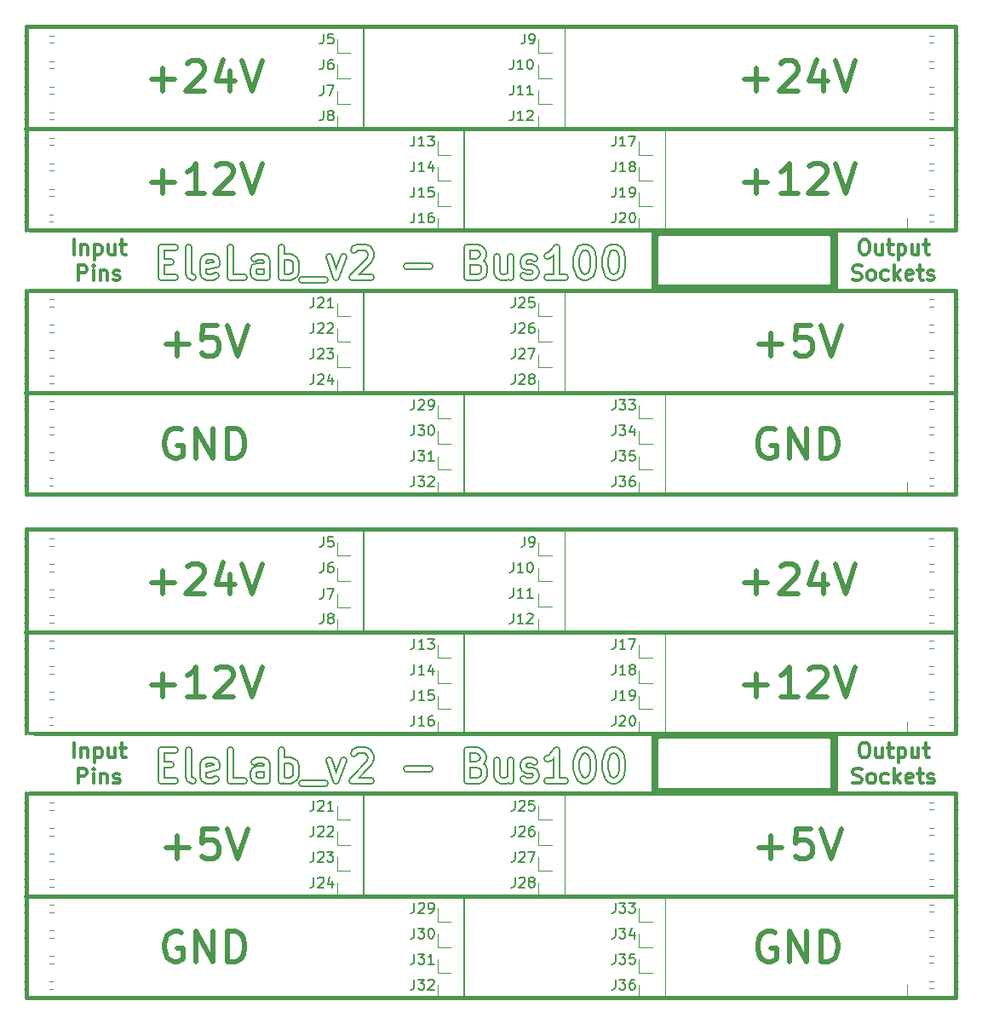
<source format=gto>
G04 #@! TF.GenerationSoftware,KiCad,Pcbnew,(5.0.2)-1*
G04 #@! TF.CreationDate,2019-08-28T20:26:21+02:00*
G04 #@! TF.ProjectId,EleLab_v2_Bus100,456c654c-6162-45f7-9632-5f4275733130,rev?*
G04 #@! TF.SameCoordinates,Original*
G04 #@! TF.FileFunction,Legend,Top*
G04 #@! TF.FilePolarity,Positive*
%FSLAX46Y46*%
G04 Gerber Fmt 4.6, Leading zero omitted, Abs format (unit mm)*
G04 Created by KiCad (PCBNEW (5.0.2)-1) date 28/08/2019 20:26:21*
%MOMM*%
%LPD*%
G01*
G04 APERTURE LIST*
%ADD10C,0.400000*%
%ADD11C,0.300000*%
%ADD12C,0.500000*%
%ADD13C,0.750000*%
%ADD14C,0.120000*%
%ADD15C,1.000000*%
%ADD16C,0.150000*%
%ADD17R,1.802000X1.802000*%
%ADD18O,1.802000X1.802000*%
%ADD19C,1.702000*%
%ADD20O,1.702000X1.702000*%
%ADD21C,0.100000*%
%ADD22C,1.002000*%
%ADD23C,5.700000*%
G04 APERTURE END LIST*
D10*
X189200000Y-89900000D02*
X96700000Y-89900000D01*
X189200000Y-79700000D02*
X189200000Y-100000000D01*
X96800000Y-100000000D02*
X189200000Y-100000000D01*
X96800000Y-105950000D02*
X189200000Y-105950000D01*
X96800000Y-79700000D02*
X189200000Y-79700000D01*
X96800000Y-105950000D02*
X96800000Y-126250000D01*
X96800000Y-79700000D02*
X96800000Y-100000000D01*
D11*
X101535714Y-102403571D02*
X101535714Y-100903571D01*
X102250000Y-101403571D02*
X102250000Y-102403571D01*
X102250000Y-101546428D02*
X102321428Y-101475000D01*
X102464285Y-101403571D01*
X102678571Y-101403571D01*
X102821428Y-101475000D01*
X102892857Y-101617857D01*
X102892857Y-102403571D01*
X103607142Y-101403571D02*
X103607142Y-102903571D01*
X103607142Y-101475000D02*
X103750000Y-101403571D01*
X104035714Y-101403571D01*
X104178571Y-101475000D01*
X104250000Y-101546428D01*
X104321428Y-101689285D01*
X104321428Y-102117857D01*
X104250000Y-102260714D01*
X104178571Y-102332142D01*
X104035714Y-102403571D01*
X103750000Y-102403571D01*
X103607142Y-102332142D01*
X105607142Y-101403571D02*
X105607142Y-102403571D01*
X104964285Y-101403571D02*
X104964285Y-102189285D01*
X105035714Y-102332142D01*
X105178571Y-102403571D01*
X105392857Y-102403571D01*
X105535714Y-102332142D01*
X105607142Y-102260714D01*
X106107142Y-101403571D02*
X106678571Y-101403571D01*
X106321428Y-100903571D02*
X106321428Y-102189285D01*
X106392857Y-102332142D01*
X106535714Y-102403571D01*
X106678571Y-102403571D01*
X101964285Y-104953571D02*
X101964285Y-103453571D01*
X102535714Y-103453571D01*
X102678571Y-103525000D01*
X102750000Y-103596428D01*
X102821428Y-103739285D01*
X102821428Y-103953571D01*
X102750000Y-104096428D01*
X102678571Y-104167857D01*
X102535714Y-104239285D01*
X101964285Y-104239285D01*
X103464285Y-104953571D02*
X103464285Y-103953571D01*
X103464285Y-103453571D02*
X103392857Y-103525000D01*
X103464285Y-103596428D01*
X103535714Y-103525000D01*
X103464285Y-103453571D01*
X103464285Y-103596428D01*
X104178571Y-103953571D02*
X104178571Y-104953571D01*
X104178571Y-104096428D02*
X104250000Y-104025000D01*
X104392857Y-103953571D01*
X104607142Y-103953571D01*
X104750000Y-104025000D01*
X104821428Y-104167857D01*
X104821428Y-104953571D01*
X105464285Y-104882142D02*
X105607142Y-104953571D01*
X105892857Y-104953571D01*
X106035714Y-104882142D01*
X106107142Y-104739285D01*
X106107142Y-104667857D01*
X106035714Y-104525000D01*
X105892857Y-104453571D01*
X105678571Y-104453571D01*
X105535714Y-104382142D01*
X105464285Y-104239285D01*
X105464285Y-104167857D01*
X105535714Y-104025000D01*
X105678571Y-103953571D01*
X105892857Y-103953571D01*
X106035714Y-104025000D01*
X179964285Y-100903571D02*
X180250000Y-100903571D01*
X180392857Y-100975000D01*
X180535714Y-101117857D01*
X180607142Y-101403571D01*
X180607142Y-101903571D01*
X180535714Y-102189285D01*
X180392857Y-102332142D01*
X180250000Y-102403571D01*
X179964285Y-102403571D01*
X179821428Y-102332142D01*
X179678571Y-102189285D01*
X179607142Y-101903571D01*
X179607142Y-101403571D01*
X179678571Y-101117857D01*
X179821428Y-100975000D01*
X179964285Y-100903571D01*
X181892857Y-101403571D02*
X181892857Y-102403571D01*
X181250000Y-101403571D02*
X181250000Y-102189285D01*
X181321428Y-102332142D01*
X181464285Y-102403571D01*
X181678571Y-102403571D01*
X181821428Y-102332142D01*
X181892857Y-102260714D01*
X182392857Y-101403571D02*
X182964285Y-101403571D01*
X182607142Y-100903571D02*
X182607142Y-102189285D01*
X182678571Y-102332142D01*
X182821428Y-102403571D01*
X182964285Y-102403571D01*
X183464285Y-101403571D02*
X183464285Y-102903571D01*
X183464285Y-101475000D02*
X183607142Y-101403571D01*
X183892857Y-101403571D01*
X184035714Y-101475000D01*
X184107142Y-101546428D01*
X184178571Y-101689285D01*
X184178571Y-102117857D01*
X184107142Y-102260714D01*
X184035714Y-102332142D01*
X183892857Y-102403571D01*
X183607142Y-102403571D01*
X183464285Y-102332142D01*
X185464285Y-101403571D02*
X185464285Y-102403571D01*
X184821428Y-101403571D02*
X184821428Y-102189285D01*
X184892857Y-102332142D01*
X185035714Y-102403571D01*
X185250000Y-102403571D01*
X185392857Y-102332142D01*
X185464285Y-102260714D01*
X185964285Y-101403571D02*
X186535714Y-101403571D01*
X186178571Y-100903571D02*
X186178571Y-102189285D01*
X186250000Y-102332142D01*
X186392857Y-102403571D01*
X186535714Y-102403571D01*
X178964285Y-104882142D02*
X179178571Y-104953571D01*
X179535714Y-104953571D01*
X179678571Y-104882142D01*
X179750000Y-104810714D01*
X179821428Y-104667857D01*
X179821428Y-104525000D01*
X179750000Y-104382142D01*
X179678571Y-104310714D01*
X179535714Y-104239285D01*
X179250000Y-104167857D01*
X179107142Y-104096428D01*
X179035714Y-104025000D01*
X178964285Y-103882142D01*
X178964285Y-103739285D01*
X179035714Y-103596428D01*
X179107142Y-103525000D01*
X179250000Y-103453571D01*
X179607142Y-103453571D01*
X179821428Y-103525000D01*
X180678571Y-104953571D02*
X180535714Y-104882142D01*
X180464285Y-104810714D01*
X180392857Y-104667857D01*
X180392857Y-104239285D01*
X180464285Y-104096428D01*
X180535714Y-104025000D01*
X180678571Y-103953571D01*
X180892857Y-103953571D01*
X181035714Y-104025000D01*
X181107142Y-104096428D01*
X181178571Y-104239285D01*
X181178571Y-104667857D01*
X181107142Y-104810714D01*
X181035714Y-104882142D01*
X180892857Y-104953571D01*
X180678571Y-104953571D01*
X182464285Y-104882142D02*
X182321428Y-104953571D01*
X182035714Y-104953571D01*
X181892857Y-104882142D01*
X181821428Y-104810714D01*
X181750000Y-104667857D01*
X181750000Y-104239285D01*
X181821428Y-104096428D01*
X181892857Y-104025000D01*
X182035714Y-103953571D01*
X182321428Y-103953571D01*
X182464285Y-104025000D01*
X183107142Y-104953571D02*
X183107142Y-103453571D01*
X183250000Y-104382142D02*
X183678571Y-104953571D01*
X183678571Y-103953571D02*
X183107142Y-104525000D01*
X184892857Y-104882142D02*
X184750000Y-104953571D01*
X184464285Y-104953571D01*
X184321428Y-104882142D01*
X184250000Y-104739285D01*
X184250000Y-104167857D01*
X184321428Y-104025000D01*
X184464285Y-103953571D01*
X184750000Y-103953571D01*
X184892857Y-104025000D01*
X184964285Y-104167857D01*
X184964285Y-104310714D01*
X184250000Y-104453571D01*
X185392857Y-103953571D02*
X185964285Y-103953571D01*
X185607142Y-103453571D02*
X185607142Y-104739285D01*
X185678571Y-104882142D01*
X185821428Y-104953571D01*
X185964285Y-104953571D01*
X186392857Y-104882142D02*
X186535714Y-104953571D01*
X186821428Y-104953571D01*
X186964285Y-104882142D01*
X187035714Y-104739285D01*
X187035714Y-104667857D01*
X186964285Y-104525000D01*
X186821428Y-104453571D01*
X186607142Y-104453571D01*
X186464285Y-104382142D01*
X186392857Y-104239285D01*
X186392857Y-104167857D01*
X186464285Y-104025000D01*
X186607142Y-103953571D01*
X186821428Y-103953571D01*
X186964285Y-104025000D01*
D12*
X112214285Y-119800000D02*
X111928571Y-119657142D01*
X111500000Y-119657142D01*
X111071428Y-119800000D01*
X110785714Y-120085714D01*
X110642857Y-120371428D01*
X110500000Y-120942857D01*
X110500000Y-121371428D01*
X110642857Y-121942857D01*
X110785714Y-122228571D01*
X111071428Y-122514285D01*
X111500000Y-122657142D01*
X111785714Y-122657142D01*
X112214285Y-122514285D01*
X112357142Y-122371428D01*
X112357142Y-121371428D01*
X111785714Y-121371428D01*
X113642857Y-122657142D02*
X113642857Y-119657142D01*
X115357142Y-122657142D01*
X115357142Y-119657142D01*
X116785714Y-122657142D02*
X116785714Y-119657142D01*
X117500000Y-119657142D01*
X117928571Y-119800000D01*
X118214285Y-120085714D01*
X118357142Y-120371428D01*
X118500000Y-120942857D01*
X118500000Y-121371428D01*
X118357142Y-121942857D01*
X118214285Y-122228571D01*
X117928571Y-122514285D01*
X117500000Y-122657142D01*
X116785714Y-122657142D01*
X109214285Y-85014285D02*
X111500000Y-85014285D01*
X110357142Y-86157142D02*
X110357142Y-83871428D01*
X112785714Y-83442857D02*
X112928571Y-83300000D01*
X113214285Y-83157142D01*
X113928571Y-83157142D01*
X114214285Y-83300000D01*
X114357142Y-83442857D01*
X114500000Y-83728571D01*
X114500000Y-84014285D01*
X114357142Y-84442857D01*
X112642857Y-86157142D01*
X114500000Y-86157142D01*
X117071428Y-84157142D02*
X117071428Y-86157142D01*
X116357142Y-83014285D02*
X115642857Y-85157142D01*
X117500000Y-85157142D01*
X118214285Y-83157142D02*
X119214285Y-86157142D01*
X120214285Y-83157142D01*
X109214285Y-95214285D02*
X111500000Y-95214285D01*
X110357142Y-96357142D02*
X110357142Y-94071428D01*
X114500000Y-96357142D02*
X112785714Y-96357142D01*
X113642857Y-96357142D02*
X113642857Y-93357142D01*
X113357142Y-93785714D01*
X113071428Y-94071428D01*
X112785714Y-94214285D01*
X115642857Y-93642857D02*
X115785714Y-93500000D01*
X116071428Y-93357142D01*
X116785714Y-93357142D01*
X117071428Y-93500000D01*
X117214285Y-93642857D01*
X117357142Y-93928571D01*
X117357142Y-94214285D01*
X117214285Y-94642857D01*
X115500000Y-96357142D01*
X117357142Y-96357142D01*
X118214285Y-93357142D02*
X119214285Y-96357142D01*
X120214285Y-93357142D01*
D13*
X110142857Y-103055714D02*
X111142857Y-103055714D01*
X111571428Y-104627142D02*
X110142857Y-104627142D01*
X110142857Y-101627142D01*
X111571428Y-101627142D01*
X113285714Y-104627142D02*
X113000000Y-104484285D01*
X112857142Y-104198571D01*
X112857142Y-101627142D01*
X115571428Y-104484285D02*
X115285714Y-104627142D01*
X114714285Y-104627142D01*
X114428571Y-104484285D01*
X114285714Y-104198571D01*
X114285714Y-103055714D01*
X114428571Y-102770000D01*
X114714285Y-102627142D01*
X115285714Y-102627142D01*
X115571428Y-102770000D01*
X115714285Y-103055714D01*
X115714285Y-103341428D01*
X114285714Y-103627142D01*
X118428571Y-104627142D02*
X117000000Y-104627142D01*
X117000000Y-101627142D01*
X120714285Y-104627142D02*
X120714285Y-103055714D01*
X120571428Y-102770000D01*
X120285714Y-102627142D01*
X119714285Y-102627142D01*
X119428571Y-102770000D01*
X120714285Y-104484285D02*
X120428571Y-104627142D01*
X119714285Y-104627142D01*
X119428571Y-104484285D01*
X119285714Y-104198571D01*
X119285714Y-103912857D01*
X119428571Y-103627142D01*
X119714285Y-103484285D01*
X120428571Y-103484285D01*
X120714285Y-103341428D01*
X122142857Y-104627142D02*
X122142857Y-101627142D01*
X122142857Y-102770000D02*
X122428571Y-102627142D01*
X123000000Y-102627142D01*
X123285714Y-102770000D01*
X123428571Y-102912857D01*
X123571428Y-103198571D01*
X123571428Y-104055714D01*
X123428571Y-104341428D01*
X123285714Y-104484285D01*
X123000000Y-104627142D01*
X122428571Y-104627142D01*
X122142857Y-104484285D01*
X124142857Y-104912857D02*
X126428571Y-104912857D01*
X126857142Y-102627142D02*
X127571428Y-104627142D01*
X128285714Y-102627142D01*
X129285714Y-101912857D02*
X129428571Y-101770000D01*
X129714285Y-101627142D01*
X130428571Y-101627142D01*
X130714285Y-101770000D01*
X130857142Y-101912857D01*
X131000000Y-102198571D01*
X131000000Y-102484285D01*
X130857142Y-102912857D01*
X129142857Y-104627142D01*
X131000000Y-104627142D01*
X134571428Y-103484285D02*
X136857142Y-103484285D01*
X141571428Y-103055714D02*
X142000000Y-103198571D01*
X142142857Y-103341428D01*
X142285714Y-103627142D01*
X142285714Y-104055714D01*
X142142857Y-104341428D01*
X142000000Y-104484285D01*
X141714285Y-104627142D01*
X140571428Y-104627142D01*
X140571428Y-101627142D01*
X141571428Y-101627142D01*
X141857142Y-101770000D01*
X142000000Y-101912857D01*
X142142857Y-102198571D01*
X142142857Y-102484285D01*
X142000000Y-102770000D01*
X141857142Y-102912857D01*
X141571428Y-103055714D01*
X140571428Y-103055714D01*
X144857142Y-102627142D02*
X144857142Y-104627142D01*
X143571428Y-102627142D02*
X143571428Y-104198571D01*
X143714285Y-104484285D01*
X144000000Y-104627142D01*
X144428571Y-104627142D01*
X144714285Y-104484285D01*
X144857142Y-104341428D01*
X146142857Y-104484285D02*
X146428571Y-104627142D01*
X147000000Y-104627142D01*
X147285714Y-104484285D01*
X147428571Y-104198571D01*
X147428571Y-104055714D01*
X147285714Y-103770000D01*
X147000000Y-103627142D01*
X146571428Y-103627142D01*
X146285714Y-103484285D01*
X146142857Y-103198571D01*
X146142857Y-103055714D01*
X146285714Y-102770000D01*
X146571428Y-102627142D01*
X147000000Y-102627142D01*
X147285714Y-102770000D01*
X150285714Y-104627142D02*
X148571428Y-104627142D01*
X149428571Y-104627142D02*
X149428571Y-101627142D01*
X149142857Y-102055714D01*
X148857142Y-102341428D01*
X148571428Y-102484285D01*
X152142857Y-101627142D02*
X152428571Y-101627142D01*
X152714285Y-101770000D01*
X152857142Y-101912857D01*
X153000000Y-102198571D01*
X153142857Y-102770000D01*
X153142857Y-103484285D01*
X153000000Y-104055714D01*
X152857142Y-104341428D01*
X152714285Y-104484285D01*
X152428571Y-104627142D01*
X152142857Y-104627142D01*
X151857142Y-104484285D01*
X151714285Y-104341428D01*
X151571428Y-104055714D01*
X151428571Y-103484285D01*
X151428571Y-102770000D01*
X151571428Y-102198571D01*
X151714285Y-101912857D01*
X151857142Y-101770000D01*
X152142857Y-101627142D01*
X155000000Y-101627142D02*
X155285714Y-101627142D01*
X155571428Y-101770000D01*
X155714285Y-101912857D01*
X155857142Y-102198571D01*
X156000000Y-102770000D01*
X156000000Y-103484285D01*
X155857142Y-104055714D01*
X155714285Y-104341428D01*
X155571428Y-104484285D01*
X155285714Y-104627142D01*
X155000000Y-104627142D01*
X154714285Y-104484285D01*
X154571428Y-104341428D01*
X154428571Y-104055714D01*
X154285714Y-103484285D01*
X154285714Y-102770000D01*
X154428571Y-102198571D01*
X154571428Y-101912857D01*
X154714285Y-101770000D01*
X155000000Y-101627142D01*
D12*
X110642857Y-111314285D02*
X112928571Y-111314285D01*
X111785714Y-112457142D02*
X111785714Y-110171428D01*
X115785714Y-109457142D02*
X114357142Y-109457142D01*
X114214285Y-110885714D01*
X114357142Y-110742857D01*
X114642857Y-110600000D01*
X115357142Y-110600000D01*
X115642857Y-110742857D01*
X115785714Y-110885714D01*
X115928571Y-111171428D01*
X115928571Y-111885714D01*
X115785714Y-112171428D01*
X115642857Y-112314285D01*
X115357142Y-112457142D01*
X114642857Y-112457142D01*
X114357142Y-112314285D01*
X114214285Y-112171428D01*
X116785714Y-109457142D02*
X117785714Y-112457142D01*
X118785714Y-109457142D01*
X168214285Y-85014285D02*
X170500000Y-85014285D01*
X169357142Y-86157142D02*
X169357142Y-83871428D01*
X171785714Y-83442857D02*
X171928571Y-83300000D01*
X172214285Y-83157142D01*
X172928571Y-83157142D01*
X173214285Y-83300000D01*
X173357142Y-83442857D01*
X173500000Y-83728571D01*
X173500000Y-84014285D01*
X173357142Y-84442857D01*
X171642857Y-86157142D01*
X173500000Y-86157142D01*
X176071428Y-84157142D02*
X176071428Y-86157142D01*
X175357142Y-83014285D02*
X174642857Y-85157142D01*
X176500000Y-85157142D01*
X177214285Y-83157142D02*
X178214285Y-86157142D01*
X179214285Y-83157142D01*
X168214285Y-95214285D02*
X170500000Y-95214285D01*
X169357142Y-96357142D02*
X169357142Y-94071428D01*
X173500000Y-96357142D02*
X171785714Y-96357142D01*
X172642857Y-96357142D02*
X172642857Y-93357142D01*
X172357142Y-93785714D01*
X172071428Y-94071428D01*
X171785714Y-94214285D01*
X174642857Y-93642857D02*
X174785714Y-93500000D01*
X175071428Y-93357142D01*
X175785714Y-93357142D01*
X176071428Y-93500000D01*
X176214285Y-93642857D01*
X176357142Y-93928571D01*
X176357142Y-94214285D01*
X176214285Y-94642857D01*
X174500000Y-96357142D01*
X176357142Y-96357142D01*
X177214285Y-93357142D02*
X178214285Y-96357142D01*
X179214285Y-93357142D01*
X171214285Y-119800000D02*
X170928571Y-119657142D01*
X170500000Y-119657142D01*
X170071428Y-119800000D01*
X169785714Y-120085714D01*
X169642857Y-120371428D01*
X169500000Y-120942857D01*
X169500000Y-121371428D01*
X169642857Y-121942857D01*
X169785714Y-122228571D01*
X170071428Y-122514285D01*
X170500000Y-122657142D01*
X170785714Y-122657142D01*
X171214285Y-122514285D01*
X171357142Y-122371428D01*
X171357142Y-121371428D01*
X170785714Y-121371428D01*
X172642857Y-122657142D02*
X172642857Y-119657142D01*
X174357142Y-122657142D01*
X174357142Y-119657142D01*
X175785714Y-122657142D02*
X175785714Y-119657142D01*
X176500000Y-119657142D01*
X176928571Y-119800000D01*
X177214285Y-120085714D01*
X177357142Y-120371428D01*
X177500000Y-120942857D01*
X177500000Y-121371428D01*
X177357142Y-121942857D01*
X177214285Y-122228571D01*
X176928571Y-122514285D01*
X176500000Y-122657142D01*
X175785714Y-122657142D01*
X169642857Y-111314285D02*
X171928571Y-111314285D01*
X170785714Y-112457142D02*
X170785714Y-110171428D01*
X174785714Y-109457142D02*
X173357142Y-109457142D01*
X173214285Y-110885714D01*
X173357142Y-110742857D01*
X173642857Y-110600000D01*
X174357142Y-110600000D01*
X174642857Y-110742857D01*
X174785714Y-110885714D01*
X174928571Y-111171428D01*
X174928571Y-111885714D01*
X174785714Y-112171428D01*
X174642857Y-112314285D01*
X174357142Y-112457142D01*
X173642857Y-112457142D01*
X173357142Y-112314285D01*
X173214285Y-112171428D01*
X175785714Y-109457142D02*
X176785714Y-112457142D01*
X177785714Y-109457142D01*
D10*
X96800000Y-126250000D02*
X189200000Y-126250000D01*
X189200000Y-116150000D02*
X96700000Y-116150000D01*
X189200000Y-105950000D02*
X189200000Y-126250000D01*
X189200000Y-55950000D02*
X189200000Y-76250000D01*
X189200000Y-66150000D02*
X96700000Y-66150000D01*
X96800000Y-76250000D02*
X189200000Y-76250000D01*
X96800000Y-55950000D02*
X189200000Y-55950000D01*
X96800000Y-55950000D02*
X96800000Y-76250000D01*
D12*
X169642857Y-61314285D02*
X171928571Y-61314285D01*
X170785714Y-62457142D02*
X170785714Y-60171428D01*
X174785714Y-59457142D02*
X173357142Y-59457142D01*
X173214285Y-60885714D01*
X173357142Y-60742857D01*
X173642857Y-60600000D01*
X174357142Y-60600000D01*
X174642857Y-60742857D01*
X174785714Y-60885714D01*
X174928571Y-61171428D01*
X174928571Y-61885714D01*
X174785714Y-62171428D01*
X174642857Y-62314285D01*
X174357142Y-62457142D01*
X173642857Y-62457142D01*
X173357142Y-62314285D01*
X173214285Y-62171428D01*
X175785714Y-59457142D02*
X176785714Y-62457142D01*
X177785714Y-59457142D01*
X171214285Y-69800000D02*
X170928571Y-69657142D01*
X170500000Y-69657142D01*
X170071428Y-69800000D01*
X169785714Y-70085714D01*
X169642857Y-70371428D01*
X169500000Y-70942857D01*
X169500000Y-71371428D01*
X169642857Y-71942857D01*
X169785714Y-72228571D01*
X170071428Y-72514285D01*
X170500000Y-72657142D01*
X170785714Y-72657142D01*
X171214285Y-72514285D01*
X171357142Y-72371428D01*
X171357142Y-71371428D01*
X170785714Y-71371428D01*
X172642857Y-72657142D02*
X172642857Y-69657142D01*
X174357142Y-72657142D01*
X174357142Y-69657142D01*
X175785714Y-72657142D02*
X175785714Y-69657142D01*
X176500000Y-69657142D01*
X176928571Y-69800000D01*
X177214285Y-70085714D01*
X177357142Y-70371428D01*
X177500000Y-70942857D01*
X177500000Y-71371428D01*
X177357142Y-71942857D01*
X177214285Y-72228571D01*
X176928571Y-72514285D01*
X176500000Y-72657142D01*
X175785714Y-72657142D01*
X112214285Y-69800000D02*
X111928571Y-69657142D01*
X111500000Y-69657142D01*
X111071428Y-69800000D01*
X110785714Y-70085714D01*
X110642857Y-70371428D01*
X110500000Y-70942857D01*
X110500000Y-71371428D01*
X110642857Y-71942857D01*
X110785714Y-72228571D01*
X111071428Y-72514285D01*
X111500000Y-72657142D01*
X111785714Y-72657142D01*
X112214285Y-72514285D01*
X112357142Y-72371428D01*
X112357142Y-71371428D01*
X111785714Y-71371428D01*
X113642857Y-72657142D02*
X113642857Y-69657142D01*
X115357142Y-72657142D01*
X115357142Y-69657142D01*
X116785714Y-72657142D02*
X116785714Y-69657142D01*
X117500000Y-69657142D01*
X117928571Y-69800000D01*
X118214285Y-70085714D01*
X118357142Y-70371428D01*
X118500000Y-70942857D01*
X118500000Y-71371428D01*
X118357142Y-71942857D01*
X118214285Y-72228571D01*
X117928571Y-72514285D01*
X117500000Y-72657142D01*
X116785714Y-72657142D01*
X110642857Y-61314285D02*
X112928571Y-61314285D01*
X111785714Y-62457142D02*
X111785714Y-60171428D01*
X115785714Y-59457142D02*
X114357142Y-59457142D01*
X114214285Y-60885714D01*
X114357142Y-60742857D01*
X114642857Y-60600000D01*
X115357142Y-60600000D01*
X115642857Y-60742857D01*
X115785714Y-60885714D01*
X115928571Y-61171428D01*
X115928571Y-61885714D01*
X115785714Y-62171428D01*
X115642857Y-62314285D01*
X115357142Y-62457142D01*
X114642857Y-62457142D01*
X114357142Y-62314285D01*
X114214285Y-62171428D01*
X116785714Y-59457142D02*
X117785714Y-62457142D01*
X118785714Y-59457142D01*
D10*
X189200000Y-29700000D02*
X189200000Y-50000000D01*
X96800000Y-29700000D02*
X96800000Y-50000000D01*
D11*
X179964285Y-50903571D02*
X180250000Y-50903571D01*
X180392857Y-50975000D01*
X180535714Y-51117857D01*
X180607142Y-51403571D01*
X180607142Y-51903571D01*
X180535714Y-52189285D01*
X180392857Y-52332142D01*
X180250000Y-52403571D01*
X179964285Y-52403571D01*
X179821428Y-52332142D01*
X179678571Y-52189285D01*
X179607142Y-51903571D01*
X179607142Y-51403571D01*
X179678571Y-51117857D01*
X179821428Y-50975000D01*
X179964285Y-50903571D01*
X181892857Y-51403571D02*
X181892857Y-52403571D01*
X181250000Y-51403571D02*
X181250000Y-52189285D01*
X181321428Y-52332142D01*
X181464285Y-52403571D01*
X181678571Y-52403571D01*
X181821428Y-52332142D01*
X181892857Y-52260714D01*
X182392857Y-51403571D02*
X182964285Y-51403571D01*
X182607142Y-50903571D02*
X182607142Y-52189285D01*
X182678571Y-52332142D01*
X182821428Y-52403571D01*
X182964285Y-52403571D01*
X183464285Y-51403571D02*
X183464285Y-52903571D01*
X183464285Y-51475000D02*
X183607142Y-51403571D01*
X183892857Y-51403571D01*
X184035714Y-51475000D01*
X184107142Y-51546428D01*
X184178571Y-51689285D01*
X184178571Y-52117857D01*
X184107142Y-52260714D01*
X184035714Y-52332142D01*
X183892857Y-52403571D01*
X183607142Y-52403571D01*
X183464285Y-52332142D01*
X185464285Y-51403571D02*
X185464285Y-52403571D01*
X184821428Y-51403571D02*
X184821428Y-52189285D01*
X184892857Y-52332142D01*
X185035714Y-52403571D01*
X185250000Y-52403571D01*
X185392857Y-52332142D01*
X185464285Y-52260714D01*
X185964285Y-51403571D02*
X186535714Y-51403571D01*
X186178571Y-50903571D02*
X186178571Y-52189285D01*
X186250000Y-52332142D01*
X186392857Y-52403571D01*
X186535714Y-52403571D01*
X178964285Y-54882142D02*
X179178571Y-54953571D01*
X179535714Y-54953571D01*
X179678571Y-54882142D01*
X179750000Y-54810714D01*
X179821428Y-54667857D01*
X179821428Y-54525000D01*
X179750000Y-54382142D01*
X179678571Y-54310714D01*
X179535714Y-54239285D01*
X179250000Y-54167857D01*
X179107142Y-54096428D01*
X179035714Y-54025000D01*
X178964285Y-53882142D01*
X178964285Y-53739285D01*
X179035714Y-53596428D01*
X179107142Y-53525000D01*
X179250000Y-53453571D01*
X179607142Y-53453571D01*
X179821428Y-53525000D01*
X180678571Y-54953571D02*
X180535714Y-54882142D01*
X180464285Y-54810714D01*
X180392857Y-54667857D01*
X180392857Y-54239285D01*
X180464285Y-54096428D01*
X180535714Y-54025000D01*
X180678571Y-53953571D01*
X180892857Y-53953571D01*
X181035714Y-54025000D01*
X181107142Y-54096428D01*
X181178571Y-54239285D01*
X181178571Y-54667857D01*
X181107142Y-54810714D01*
X181035714Y-54882142D01*
X180892857Y-54953571D01*
X180678571Y-54953571D01*
X182464285Y-54882142D02*
X182321428Y-54953571D01*
X182035714Y-54953571D01*
X181892857Y-54882142D01*
X181821428Y-54810714D01*
X181750000Y-54667857D01*
X181750000Y-54239285D01*
X181821428Y-54096428D01*
X181892857Y-54025000D01*
X182035714Y-53953571D01*
X182321428Y-53953571D01*
X182464285Y-54025000D01*
X183107142Y-54953571D02*
X183107142Y-53453571D01*
X183250000Y-54382142D02*
X183678571Y-54953571D01*
X183678571Y-53953571D02*
X183107142Y-54525000D01*
X184892857Y-54882142D02*
X184750000Y-54953571D01*
X184464285Y-54953571D01*
X184321428Y-54882142D01*
X184250000Y-54739285D01*
X184250000Y-54167857D01*
X184321428Y-54025000D01*
X184464285Y-53953571D01*
X184750000Y-53953571D01*
X184892857Y-54025000D01*
X184964285Y-54167857D01*
X184964285Y-54310714D01*
X184250000Y-54453571D01*
X185392857Y-53953571D02*
X185964285Y-53953571D01*
X185607142Y-53453571D02*
X185607142Y-54739285D01*
X185678571Y-54882142D01*
X185821428Y-54953571D01*
X185964285Y-54953571D01*
X186392857Y-54882142D02*
X186535714Y-54953571D01*
X186821428Y-54953571D01*
X186964285Y-54882142D01*
X187035714Y-54739285D01*
X187035714Y-54667857D01*
X186964285Y-54525000D01*
X186821428Y-54453571D01*
X186607142Y-54453571D01*
X186464285Y-54382142D01*
X186392857Y-54239285D01*
X186392857Y-54167857D01*
X186464285Y-54025000D01*
X186607142Y-53953571D01*
X186821428Y-53953571D01*
X186964285Y-54025000D01*
X101535714Y-52403571D02*
X101535714Y-50903571D01*
X102250000Y-51403571D02*
X102250000Y-52403571D01*
X102250000Y-51546428D02*
X102321428Y-51475000D01*
X102464285Y-51403571D01*
X102678571Y-51403571D01*
X102821428Y-51475000D01*
X102892857Y-51617857D01*
X102892857Y-52403571D01*
X103607142Y-51403571D02*
X103607142Y-52903571D01*
X103607142Y-51475000D02*
X103750000Y-51403571D01*
X104035714Y-51403571D01*
X104178571Y-51475000D01*
X104250000Y-51546428D01*
X104321428Y-51689285D01*
X104321428Y-52117857D01*
X104250000Y-52260714D01*
X104178571Y-52332142D01*
X104035714Y-52403571D01*
X103750000Y-52403571D01*
X103607142Y-52332142D01*
X105607142Y-51403571D02*
X105607142Y-52403571D01*
X104964285Y-51403571D02*
X104964285Y-52189285D01*
X105035714Y-52332142D01*
X105178571Y-52403571D01*
X105392857Y-52403571D01*
X105535714Y-52332142D01*
X105607142Y-52260714D01*
X106107142Y-51403571D02*
X106678571Y-51403571D01*
X106321428Y-50903571D02*
X106321428Y-52189285D01*
X106392857Y-52332142D01*
X106535714Y-52403571D01*
X106678571Y-52403571D01*
X101964285Y-54953571D02*
X101964285Y-53453571D01*
X102535714Y-53453571D01*
X102678571Y-53525000D01*
X102750000Y-53596428D01*
X102821428Y-53739285D01*
X102821428Y-53953571D01*
X102750000Y-54096428D01*
X102678571Y-54167857D01*
X102535714Y-54239285D01*
X101964285Y-54239285D01*
X103464285Y-54953571D02*
X103464285Y-53953571D01*
X103464285Y-53453571D02*
X103392857Y-53525000D01*
X103464285Y-53596428D01*
X103535714Y-53525000D01*
X103464285Y-53453571D01*
X103464285Y-53596428D01*
X104178571Y-53953571D02*
X104178571Y-54953571D01*
X104178571Y-54096428D02*
X104250000Y-54025000D01*
X104392857Y-53953571D01*
X104607142Y-53953571D01*
X104750000Y-54025000D01*
X104821428Y-54167857D01*
X104821428Y-54953571D01*
X105464285Y-54882142D02*
X105607142Y-54953571D01*
X105892857Y-54953571D01*
X106035714Y-54882142D01*
X106107142Y-54739285D01*
X106107142Y-54667857D01*
X106035714Y-54525000D01*
X105892857Y-54453571D01*
X105678571Y-54453571D01*
X105535714Y-54382142D01*
X105464285Y-54239285D01*
X105464285Y-54167857D01*
X105535714Y-54025000D01*
X105678571Y-53953571D01*
X105892857Y-53953571D01*
X106035714Y-54025000D01*
D10*
X96800000Y-50000000D02*
X189200000Y-50000000D01*
X189200000Y-39900000D02*
X96700000Y-39900000D01*
X96800000Y-29700000D02*
X189200000Y-29700000D01*
D12*
X168214285Y-35014285D02*
X170500000Y-35014285D01*
X169357142Y-36157142D02*
X169357142Y-33871428D01*
X171785714Y-33442857D02*
X171928571Y-33300000D01*
X172214285Y-33157142D01*
X172928571Y-33157142D01*
X173214285Y-33300000D01*
X173357142Y-33442857D01*
X173500000Y-33728571D01*
X173500000Y-34014285D01*
X173357142Y-34442857D01*
X171642857Y-36157142D01*
X173500000Y-36157142D01*
X176071428Y-34157142D02*
X176071428Y-36157142D01*
X175357142Y-33014285D02*
X174642857Y-35157142D01*
X176500000Y-35157142D01*
X177214285Y-33157142D02*
X178214285Y-36157142D01*
X179214285Y-33157142D01*
X168214285Y-45214285D02*
X170500000Y-45214285D01*
X169357142Y-46357142D02*
X169357142Y-44071428D01*
X173500000Y-46357142D02*
X171785714Y-46357142D01*
X172642857Y-46357142D02*
X172642857Y-43357142D01*
X172357142Y-43785714D01*
X172071428Y-44071428D01*
X171785714Y-44214285D01*
X174642857Y-43642857D02*
X174785714Y-43500000D01*
X175071428Y-43357142D01*
X175785714Y-43357142D01*
X176071428Y-43500000D01*
X176214285Y-43642857D01*
X176357142Y-43928571D01*
X176357142Y-44214285D01*
X176214285Y-44642857D01*
X174500000Y-46357142D01*
X176357142Y-46357142D01*
X177214285Y-43357142D02*
X178214285Y-46357142D01*
X179214285Y-43357142D01*
X109214285Y-45214285D02*
X111500000Y-45214285D01*
X110357142Y-46357142D02*
X110357142Y-44071428D01*
X114500000Y-46357142D02*
X112785714Y-46357142D01*
X113642857Y-46357142D02*
X113642857Y-43357142D01*
X113357142Y-43785714D01*
X113071428Y-44071428D01*
X112785714Y-44214285D01*
X115642857Y-43642857D02*
X115785714Y-43500000D01*
X116071428Y-43357142D01*
X116785714Y-43357142D01*
X117071428Y-43500000D01*
X117214285Y-43642857D01*
X117357142Y-43928571D01*
X117357142Y-44214285D01*
X117214285Y-44642857D01*
X115500000Y-46357142D01*
X117357142Y-46357142D01*
X118214285Y-43357142D02*
X119214285Y-46357142D01*
X120214285Y-43357142D01*
X109214285Y-35014285D02*
X111500000Y-35014285D01*
X110357142Y-36157142D02*
X110357142Y-33871428D01*
X112785714Y-33442857D02*
X112928571Y-33300000D01*
X113214285Y-33157142D01*
X113928571Y-33157142D01*
X114214285Y-33300000D01*
X114357142Y-33442857D01*
X114500000Y-33728571D01*
X114500000Y-34014285D01*
X114357142Y-34442857D01*
X112642857Y-36157142D01*
X114500000Y-36157142D01*
X117071428Y-34157142D02*
X117071428Y-36157142D01*
X116357142Y-33014285D02*
X115642857Y-35157142D01*
X117500000Y-35157142D01*
X118214285Y-33157142D02*
X119214285Y-36157142D01*
X120214285Y-33157142D01*
D13*
X110142857Y-53055714D02*
X111142857Y-53055714D01*
X111571428Y-54627142D02*
X110142857Y-54627142D01*
X110142857Y-51627142D01*
X111571428Y-51627142D01*
X113285714Y-54627142D02*
X113000000Y-54484285D01*
X112857142Y-54198571D01*
X112857142Y-51627142D01*
X115571428Y-54484285D02*
X115285714Y-54627142D01*
X114714285Y-54627142D01*
X114428571Y-54484285D01*
X114285714Y-54198571D01*
X114285714Y-53055714D01*
X114428571Y-52770000D01*
X114714285Y-52627142D01*
X115285714Y-52627142D01*
X115571428Y-52770000D01*
X115714285Y-53055714D01*
X115714285Y-53341428D01*
X114285714Y-53627142D01*
X118428571Y-54627142D02*
X117000000Y-54627142D01*
X117000000Y-51627142D01*
X120714285Y-54627142D02*
X120714285Y-53055714D01*
X120571428Y-52770000D01*
X120285714Y-52627142D01*
X119714285Y-52627142D01*
X119428571Y-52770000D01*
X120714285Y-54484285D02*
X120428571Y-54627142D01*
X119714285Y-54627142D01*
X119428571Y-54484285D01*
X119285714Y-54198571D01*
X119285714Y-53912857D01*
X119428571Y-53627142D01*
X119714285Y-53484285D01*
X120428571Y-53484285D01*
X120714285Y-53341428D01*
X122142857Y-54627142D02*
X122142857Y-51627142D01*
X122142857Y-52770000D02*
X122428571Y-52627142D01*
X123000000Y-52627142D01*
X123285714Y-52770000D01*
X123428571Y-52912857D01*
X123571428Y-53198571D01*
X123571428Y-54055714D01*
X123428571Y-54341428D01*
X123285714Y-54484285D01*
X123000000Y-54627142D01*
X122428571Y-54627142D01*
X122142857Y-54484285D01*
X124142857Y-54912857D02*
X126428571Y-54912857D01*
X126857142Y-52627142D02*
X127571428Y-54627142D01*
X128285714Y-52627142D01*
X129285714Y-51912857D02*
X129428571Y-51770000D01*
X129714285Y-51627142D01*
X130428571Y-51627142D01*
X130714285Y-51770000D01*
X130857142Y-51912857D01*
X131000000Y-52198571D01*
X131000000Y-52484285D01*
X130857142Y-52912857D01*
X129142857Y-54627142D01*
X131000000Y-54627142D01*
X134571428Y-53484285D02*
X136857142Y-53484285D01*
X141571428Y-53055714D02*
X142000000Y-53198571D01*
X142142857Y-53341428D01*
X142285714Y-53627142D01*
X142285714Y-54055714D01*
X142142857Y-54341428D01*
X142000000Y-54484285D01*
X141714285Y-54627142D01*
X140571428Y-54627142D01*
X140571428Y-51627142D01*
X141571428Y-51627142D01*
X141857142Y-51770000D01*
X142000000Y-51912857D01*
X142142857Y-52198571D01*
X142142857Y-52484285D01*
X142000000Y-52770000D01*
X141857142Y-52912857D01*
X141571428Y-53055714D01*
X140571428Y-53055714D01*
X144857142Y-52627142D02*
X144857142Y-54627142D01*
X143571428Y-52627142D02*
X143571428Y-54198571D01*
X143714285Y-54484285D01*
X144000000Y-54627142D01*
X144428571Y-54627142D01*
X144714285Y-54484285D01*
X144857142Y-54341428D01*
X146142857Y-54484285D02*
X146428571Y-54627142D01*
X147000000Y-54627142D01*
X147285714Y-54484285D01*
X147428571Y-54198571D01*
X147428571Y-54055714D01*
X147285714Y-53770000D01*
X147000000Y-53627142D01*
X146571428Y-53627142D01*
X146285714Y-53484285D01*
X146142857Y-53198571D01*
X146142857Y-53055714D01*
X146285714Y-52770000D01*
X146571428Y-52627142D01*
X147000000Y-52627142D01*
X147285714Y-52770000D01*
X150285714Y-54627142D02*
X148571428Y-54627142D01*
X149428571Y-54627142D02*
X149428571Y-51627142D01*
X149142857Y-52055714D01*
X148857142Y-52341428D01*
X148571428Y-52484285D01*
X152142857Y-51627142D02*
X152428571Y-51627142D01*
X152714285Y-51770000D01*
X152857142Y-51912857D01*
X153000000Y-52198571D01*
X153142857Y-52770000D01*
X153142857Y-53484285D01*
X153000000Y-54055714D01*
X152857142Y-54341428D01*
X152714285Y-54484285D01*
X152428571Y-54627142D01*
X152142857Y-54627142D01*
X151857142Y-54484285D01*
X151714285Y-54341428D01*
X151571428Y-54055714D01*
X151428571Y-53484285D01*
X151428571Y-52770000D01*
X151571428Y-52198571D01*
X151714285Y-51912857D01*
X151857142Y-51770000D01*
X152142857Y-51627142D01*
X155000000Y-51627142D02*
X155285714Y-51627142D01*
X155571428Y-51770000D01*
X155714285Y-51912857D01*
X155857142Y-52198571D01*
X156000000Y-52770000D01*
X156000000Y-53484285D01*
X155857142Y-54055714D01*
X155714285Y-54341428D01*
X155571428Y-54484285D01*
X155285714Y-54627142D01*
X155000000Y-54627142D01*
X154714285Y-54484285D01*
X154571428Y-54341428D01*
X154428571Y-54055714D01*
X154285714Y-53484285D01*
X154285714Y-52770000D01*
X154428571Y-52198571D01*
X154571428Y-51912857D01*
X154714285Y-51770000D01*
X155000000Y-51627142D01*
D14*
G04 #@! TO.C,J31*
X140330000Y-123790000D02*
X140330000Y-121130000D01*
X140270000Y-123790000D02*
X140330000Y-123790000D01*
X140270000Y-121130000D02*
X140330000Y-121130000D01*
X140270000Y-123790000D02*
X140270000Y-121130000D01*
X139000000Y-123790000D02*
X137670000Y-123790000D01*
X137670000Y-123790000D02*
X137670000Y-122460000D01*
G04 #@! TO.C,J34*
X157670000Y-121250000D02*
X157670000Y-119920000D01*
X159000000Y-121250000D02*
X157670000Y-121250000D01*
X160270000Y-121250000D02*
X160270000Y-118590000D01*
X160270000Y-118590000D02*
X160330000Y-118590000D01*
X160270000Y-121250000D02*
X160330000Y-121250000D01*
X160330000Y-121250000D02*
X160330000Y-118590000D01*
G04 #@! TO.C,J30*
X137670000Y-121250000D02*
X137670000Y-119920000D01*
X139000000Y-121250000D02*
X137670000Y-121250000D01*
X140270000Y-121250000D02*
X140270000Y-118590000D01*
X140270000Y-118590000D02*
X140330000Y-118590000D01*
X140270000Y-121250000D02*
X140330000Y-121250000D01*
X140330000Y-121250000D02*
X140330000Y-118590000D01*
G04 #@! TO.C,J32*
X137670000Y-126330000D02*
X137670000Y-125000000D01*
X139000000Y-126330000D02*
X137670000Y-126330000D01*
X140270000Y-126330000D02*
X140270000Y-123670000D01*
X140270000Y-123670000D02*
X140330000Y-123670000D01*
X140270000Y-126330000D02*
X140330000Y-126330000D01*
X140330000Y-126330000D02*
X140330000Y-123670000D01*
G04 #@! TO.C,J35*
X160330000Y-123790000D02*
X160330000Y-121130000D01*
X160270000Y-123790000D02*
X160330000Y-123790000D01*
X160270000Y-121130000D02*
X160330000Y-121130000D01*
X160270000Y-123790000D02*
X160270000Y-121130000D01*
X159000000Y-123790000D02*
X157670000Y-123790000D01*
X157670000Y-123790000D02*
X157670000Y-122460000D01*
G04 #@! TO.C,J33*
X160330000Y-118710000D02*
X160330000Y-116050000D01*
X160270000Y-118710000D02*
X160330000Y-118710000D01*
X160270000Y-116050000D02*
X160330000Y-116050000D01*
X160270000Y-118710000D02*
X160270000Y-116050000D01*
X159000000Y-118710000D02*
X157670000Y-118710000D01*
X157670000Y-118710000D02*
X157670000Y-117380000D01*
G04 #@! TO.C,J29*
X140330000Y-118710000D02*
X140330000Y-116050000D01*
X140270000Y-118710000D02*
X140330000Y-118710000D01*
X140270000Y-116050000D02*
X140330000Y-116050000D01*
X140270000Y-118710000D02*
X140270000Y-116050000D01*
X139000000Y-118710000D02*
X137670000Y-118710000D01*
X137670000Y-118710000D02*
X137670000Y-117380000D01*
G04 #@! TO.C,J36*
X160330000Y-126330000D02*
X160330000Y-123670000D01*
X160270000Y-126330000D02*
X160330000Y-126330000D01*
X160270000Y-123670000D02*
X160330000Y-123670000D01*
X160270000Y-126330000D02*
X160270000Y-123670000D01*
X159000000Y-126330000D02*
X157670000Y-126330000D01*
X157670000Y-126330000D02*
X157670000Y-125000000D01*
G04 #@! TO.C,J12*
X147670000Y-89950000D02*
X147670000Y-88620000D01*
X149000000Y-89950000D02*
X147670000Y-89950000D01*
X150270000Y-89950000D02*
X150270000Y-87290000D01*
X150270000Y-87290000D02*
X150330000Y-87290000D01*
X150270000Y-89950000D02*
X150330000Y-89950000D01*
X150330000Y-89950000D02*
X150330000Y-87290000D01*
G04 #@! TO.C,J19*
X160330000Y-97570000D02*
X160330000Y-94910000D01*
X160270000Y-97570000D02*
X160330000Y-97570000D01*
X160270000Y-94910000D02*
X160330000Y-94910000D01*
X160270000Y-97570000D02*
X160270000Y-94910000D01*
X159000000Y-97570000D02*
X157670000Y-97570000D01*
X157670000Y-97570000D02*
X157670000Y-96240000D01*
G04 #@! TO.C,J28*
X147670000Y-116170000D02*
X147670000Y-114840000D01*
X149000000Y-116170000D02*
X147670000Y-116170000D01*
X150270000Y-116170000D02*
X150270000Y-113510000D01*
X150270000Y-113510000D02*
X150330000Y-113510000D01*
X150270000Y-116170000D02*
X150330000Y-116170000D01*
X150330000Y-116170000D02*
X150330000Y-113510000D01*
G04 #@! TO.C,J27*
X150330000Y-113630000D02*
X150330000Y-110970000D01*
X150270000Y-113630000D02*
X150330000Y-113630000D01*
X150270000Y-110970000D02*
X150330000Y-110970000D01*
X150270000Y-113630000D02*
X150270000Y-110970000D01*
X149000000Y-113630000D02*
X147670000Y-113630000D01*
X147670000Y-113630000D02*
X147670000Y-112300000D01*
G04 #@! TO.C,J24*
X130330000Y-116170000D02*
X130330000Y-113510000D01*
X130270000Y-116170000D02*
X130330000Y-116170000D01*
X130270000Y-113510000D02*
X130330000Y-113510000D01*
X130270000Y-116170000D02*
X130270000Y-113510000D01*
X129000000Y-116170000D02*
X127670000Y-116170000D01*
X127670000Y-116170000D02*
X127670000Y-114840000D01*
G04 #@! TO.C,J21*
X130330000Y-108550000D02*
X130330000Y-105890000D01*
X130270000Y-108550000D02*
X130330000Y-108550000D01*
X130270000Y-105890000D02*
X130330000Y-105890000D01*
X130270000Y-108550000D02*
X130270000Y-105890000D01*
X129000000Y-108550000D02*
X127670000Y-108550000D01*
X127670000Y-108550000D02*
X127670000Y-107220000D01*
G04 #@! TO.C,J20*
X157670000Y-100110000D02*
X157670000Y-98780000D01*
X159000000Y-100110000D02*
X157670000Y-100110000D01*
X160270000Y-100110000D02*
X160270000Y-97450000D01*
X160270000Y-97450000D02*
X160330000Y-97450000D01*
X160270000Y-100110000D02*
X160330000Y-100110000D01*
X160330000Y-100110000D02*
X160330000Y-97450000D01*
G04 #@! TO.C,J17*
X160330000Y-92490000D02*
X160330000Y-89830000D01*
X160270000Y-92490000D02*
X160330000Y-92490000D01*
X160270000Y-89830000D02*
X160330000Y-89830000D01*
X160270000Y-92490000D02*
X160270000Y-89830000D01*
X159000000Y-92490000D02*
X157670000Y-92490000D01*
X157670000Y-92490000D02*
X157670000Y-91160000D01*
G04 #@! TO.C,J14*
X137670000Y-95030000D02*
X137670000Y-93700000D01*
X139000000Y-95030000D02*
X137670000Y-95030000D01*
X140270000Y-95030000D02*
X140270000Y-92370000D01*
X140270000Y-92370000D02*
X140330000Y-92370000D01*
X140270000Y-95030000D02*
X140330000Y-95030000D01*
X140330000Y-95030000D02*
X140330000Y-92370000D01*
G04 #@! TO.C,J22*
X130330000Y-111090000D02*
X130330000Y-108430000D01*
X130270000Y-111090000D02*
X130330000Y-111090000D01*
X130270000Y-108430000D02*
X130330000Y-108430000D01*
X130270000Y-111090000D02*
X130270000Y-108430000D01*
X129000000Y-111090000D02*
X127670000Y-111090000D01*
X127670000Y-111090000D02*
X127670000Y-109760000D01*
G04 #@! TO.C,J15*
X140330000Y-97570000D02*
X140330000Y-94910000D01*
X140270000Y-97570000D02*
X140330000Y-97570000D01*
X140270000Y-94910000D02*
X140330000Y-94910000D01*
X140270000Y-97570000D02*
X140270000Y-94910000D01*
X139000000Y-97570000D02*
X137670000Y-97570000D01*
X137670000Y-97570000D02*
X137670000Y-96240000D01*
G04 #@! TO.C,J26*
X147670000Y-111090000D02*
X147670000Y-109760000D01*
X149000000Y-111090000D02*
X147670000Y-111090000D01*
X150270000Y-111090000D02*
X150270000Y-108430000D01*
X150270000Y-108430000D02*
X150330000Y-108430000D01*
X150270000Y-111090000D02*
X150330000Y-111090000D01*
X150330000Y-111090000D02*
X150330000Y-108430000D01*
G04 #@! TO.C,J11*
X150330000Y-87410000D02*
X150330000Y-84750000D01*
X150270000Y-87410000D02*
X150330000Y-87410000D01*
X150270000Y-84750000D02*
X150330000Y-84750000D01*
X150270000Y-87410000D02*
X150270000Y-84750000D01*
X149000000Y-87410000D02*
X147670000Y-87410000D01*
X147670000Y-87410000D02*
X147670000Y-86080000D01*
G04 #@! TO.C,J25*
X150330000Y-108550000D02*
X150330000Y-105890000D01*
X150270000Y-108550000D02*
X150330000Y-108550000D01*
X150270000Y-105890000D02*
X150330000Y-105890000D01*
X150270000Y-108550000D02*
X150270000Y-105890000D01*
X149000000Y-108550000D02*
X147670000Y-108550000D01*
X147670000Y-108550000D02*
X147670000Y-107220000D01*
G04 #@! TO.C,J23*
X127670000Y-113630000D02*
X127670000Y-112300000D01*
X129000000Y-113630000D02*
X127670000Y-113630000D01*
X130270000Y-113630000D02*
X130270000Y-110970000D01*
X130270000Y-110970000D02*
X130330000Y-110970000D01*
X130270000Y-113630000D02*
X130330000Y-113630000D01*
X130330000Y-113630000D02*
X130330000Y-110970000D01*
G04 #@! TO.C,J13*
X137670000Y-92490000D02*
X137670000Y-91160000D01*
X139000000Y-92490000D02*
X137670000Y-92490000D01*
X140270000Y-92490000D02*
X140270000Y-89830000D01*
X140270000Y-89830000D02*
X140330000Y-89830000D01*
X140270000Y-92490000D02*
X140330000Y-92490000D01*
X140330000Y-92490000D02*
X140330000Y-89830000D01*
G04 #@! TO.C,J18*
X157670000Y-95030000D02*
X157670000Y-93700000D01*
X159000000Y-95030000D02*
X157670000Y-95030000D01*
X160270000Y-95030000D02*
X160270000Y-92370000D01*
X160270000Y-92370000D02*
X160330000Y-92370000D01*
X160270000Y-95030000D02*
X160330000Y-95030000D01*
X160330000Y-95030000D02*
X160330000Y-92370000D01*
G04 #@! TO.C,J16*
X137670000Y-100110000D02*
X137670000Y-98780000D01*
X139000000Y-100110000D02*
X137670000Y-100110000D01*
X140270000Y-100110000D02*
X140270000Y-97450000D01*
X140270000Y-97450000D02*
X140330000Y-97450000D01*
X140270000Y-100110000D02*
X140330000Y-100110000D01*
X140330000Y-100110000D02*
X140330000Y-97450000D01*
G04 #@! TO.C,J2*
X96957071Y-125380000D02*
X96560000Y-125380000D01*
X96957071Y-124620000D02*
X96560000Y-124620000D01*
X99430000Y-125380000D02*
X99042929Y-125380000D01*
X99430000Y-124620000D02*
X99042929Y-124620000D01*
X96957071Y-122840000D02*
X96560000Y-122840000D01*
X96957071Y-122080000D02*
X96560000Y-122080000D01*
X99497071Y-122840000D02*
X99042929Y-122840000D01*
X99497071Y-122080000D02*
X99042929Y-122080000D01*
X96957071Y-120300000D02*
X96560000Y-120300000D01*
X96957071Y-119540000D02*
X96560000Y-119540000D01*
X99497071Y-120300000D02*
X99042929Y-120300000D01*
X99497071Y-119540000D02*
X99042929Y-119540000D01*
X96957071Y-117760000D02*
X96560000Y-117760000D01*
X96957071Y-117000000D02*
X96560000Y-117000000D01*
X99497071Y-117760000D02*
X99042929Y-117760000D01*
X99497071Y-117000000D02*
X99042929Y-117000000D01*
X96957071Y-115220000D02*
X96560000Y-115220000D01*
X96957071Y-114460000D02*
X96560000Y-114460000D01*
X99497071Y-115220000D02*
X99042929Y-115220000D01*
X99497071Y-114460000D02*
X99042929Y-114460000D01*
X96957071Y-112680000D02*
X96560000Y-112680000D01*
X96957071Y-111920000D02*
X96560000Y-111920000D01*
X99497071Y-112680000D02*
X99042929Y-112680000D01*
X99497071Y-111920000D02*
X99042929Y-111920000D01*
X96957071Y-110140000D02*
X96560000Y-110140000D01*
X96957071Y-109380000D02*
X96560000Y-109380000D01*
X99497071Y-110140000D02*
X99042929Y-110140000D01*
X99497071Y-109380000D02*
X99042929Y-109380000D01*
X96957071Y-107600000D02*
X96560000Y-107600000D01*
X96957071Y-106840000D02*
X96560000Y-106840000D01*
X99497071Y-107600000D02*
X99042929Y-107600000D01*
X99497071Y-106840000D02*
X99042929Y-106840000D01*
G04 #@! TO.C,J3*
X185460000Y-100110000D02*
X184350000Y-100110000D01*
X184350000Y-100110000D02*
X184350000Y-98780000D01*
X186950000Y-80640000D02*
X186510000Y-80640000D01*
X189460000Y-80640000D02*
X189050000Y-80640000D01*
X186950000Y-81360000D02*
X186510000Y-81360000D01*
X189460000Y-81360000D02*
X189050000Y-81360000D01*
X186950000Y-83180000D02*
X186510000Y-83180000D01*
X189460000Y-83180000D02*
X189050000Y-83180000D01*
X186950000Y-83900000D02*
X186510000Y-83900000D01*
X189460000Y-83900000D02*
X189050000Y-83900000D01*
X186950000Y-85720000D02*
X186510000Y-85720000D01*
X189460000Y-85720000D02*
X189050000Y-85720000D01*
X186950000Y-86440000D02*
X186510000Y-86440000D01*
X189460000Y-86440000D02*
X189050000Y-86440000D01*
X186950000Y-88260000D02*
X186510000Y-88260000D01*
X189460000Y-88260000D02*
X189050000Y-88260000D01*
X186950000Y-88980000D02*
X186510000Y-88980000D01*
X189460000Y-88980000D02*
X189050000Y-88980000D01*
X186950000Y-90800000D02*
X186510000Y-90800000D01*
X189460000Y-90800000D02*
X189050000Y-90800000D01*
X186950000Y-91520000D02*
X186510000Y-91520000D01*
X189460000Y-91520000D02*
X189050000Y-91520000D01*
X186950000Y-93340000D02*
X186510000Y-93340000D01*
X189460000Y-93340000D02*
X189050000Y-93340000D01*
X186950000Y-94060000D02*
X186510000Y-94060000D01*
X189460000Y-94060000D02*
X189050000Y-94060000D01*
X186950000Y-95880000D02*
X186510000Y-95880000D01*
X189460000Y-95880000D02*
X189050000Y-95880000D01*
X186950000Y-96600000D02*
X186510000Y-96600000D01*
X189460000Y-96600000D02*
X189050000Y-96600000D01*
X186950000Y-98420000D02*
X186570000Y-98420000D01*
X189460000Y-98420000D02*
X189050000Y-98420000D01*
X186950000Y-99140000D02*
X186570000Y-99140000D01*
X189460000Y-99140000D02*
X189050000Y-99140000D01*
G04 #@! TO.C,J5*
X127670000Y-82330000D02*
X127670000Y-81000000D01*
X129000000Y-82330000D02*
X127670000Y-82330000D01*
X130270000Y-82330000D02*
X130270000Y-79670000D01*
X130270000Y-79670000D02*
X130330000Y-79670000D01*
X130270000Y-82330000D02*
X130330000Y-82330000D01*
X130330000Y-82330000D02*
X130330000Y-79670000D01*
D15*
G04 #@! TO.C,LO_1*
X159430600Y-105640800D02*
X159430600Y-100306800D01*
X159430600Y-100306800D02*
X176956600Y-100306800D01*
X176956600Y-100306800D02*
X176956600Y-105640800D01*
X176956600Y-105640800D02*
X159430600Y-105640800D01*
D14*
G04 #@! TO.C,J1*
X96957071Y-99160000D02*
X96560000Y-99160000D01*
X96957071Y-98400000D02*
X96560000Y-98400000D01*
X99430000Y-99160000D02*
X99042929Y-99160000D01*
X99430000Y-98400000D02*
X99042929Y-98400000D01*
X96957071Y-96620000D02*
X96560000Y-96620000D01*
X96957071Y-95860000D02*
X96560000Y-95860000D01*
X99497071Y-96620000D02*
X99042929Y-96620000D01*
X99497071Y-95860000D02*
X99042929Y-95860000D01*
X96957071Y-94080000D02*
X96560000Y-94080000D01*
X96957071Y-93320000D02*
X96560000Y-93320000D01*
X99497071Y-94080000D02*
X99042929Y-94080000D01*
X99497071Y-93320000D02*
X99042929Y-93320000D01*
X96957071Y-91540000D02*
X96560000Y-91540000D01*
X96957071Y-90780000D02*
X96560000Y-90780000D01*
X99497071Y-91540000D02*
X99042929Y-91540000D01*
X99497071Y-90780000D02*
X99042929Y-90780000D01*
X96957071Y-89000000D02*
X96560000Y-89000000D01*
X96957071Y-88240000D02*
X96560000Y-88240000D01*
X99497071Y-89000000D02*
X99042929Y-89000000D01*
X99497071Y-88240000D02*
X99042929Y-88240000D01*
X96957071Y-86460000D02*
X96560000Y-86460000D01*
X96957071Y-85700000D02*
X96560000Y-85700000D01*
X99497071Y-86460000D02*
X99042929Y-86460000D01*
X99497071Y-85700000D02*
X99042929Y-85700000D01*
X96957071Y-83920000D02*
X96560000Y-83920000D01*
X96957071Y-83160000D02*
X96560000Y-83160000D01*
X99497071Y-83920000D02*
X99042929Y-83920000D01*
X99497071Y-83160000D02*
X99042929Y-83160000D01*
X96957071Y-81380000D02*
X96560000Y-81380000D01*
X96957071Y-80620000D02*
X96560000Y-80620000D01*
X99497071Y-81380000D02*
X99042929Y-81380000D01*
X99497071Y-80620000D02*
X99042929Y-80620000D01*
G04 #@! TO.C,J4*
X185460000Y-126330000D02*
X184350000Y-126330000D01*
X184350000Y-126330000D02*
X184350000Y-125000000D01*
X186950000Y-106860000D02*
X186510000Y-106860000D01*
X189460000Y-106860000D02*
X189050000Y-106860000D01*
X186950000Y-107580000D02*
X186510000Y-107580000D01*
X189460000Y-107580000D02*
X189050000Y-107580000D01*
X186950000Y-109400000D02*
X186510000Y-109400000D01*
X189460000Y-109400000D02*
X189050000Y-109400000D01*
X186950000Y-110120000D02*
X186510000Y-110120000D01*
X189460000Y-110120000D02*
X189050000Y-110120000D01*
X186950000Y-111940000D02*
X186510000Y-111940000D01*
X189460000Y-111940000D02*
X189050000Y-111940000D01*
X186950000Y-112660000D02*
X186510000Y-112660000D01*
X189460000Y-112660000D02*
X189050000Y-112660000D01*
X186950000Y-114480000D02*
X186510000Y-114480000D01*
X189460000Y-114480000D02*
X189050000Y-114480000D01*
X186950000Y-115200000D02*
X186510000Y-115200000D01*
X189460000Y-115200000D02*
X189050000Y-115200000D01*
X186950000Y-117020000D02*
X186510000Y-117020000D01*
X189460000Y-117020000D02*
X189050000Y-117020000D01*
X186950000Y-117740000D02*
X186510000Y-117740000D01*
X189460000Y-117740000D02*
X189050000Y-117740000D01*
X186950000Y-119560000D02*
X186510000Y-119560000D01*
X189460000Y-119560000D02*
X189050000Y-119560000D01*
X186950000Y-120280000D02*
X186510000Y-120280000D01*
X189460000Y-120280000D02*
X189050000Y-120280000D01*
X186950000Y-122100000D02*
X186510000Y-122100000D01*
X189460000Y-122100000D02*
X189050000Y-122100000D01*
X186950000Y-122820000D02*
X186510000Y-122820000D01*
X189460000Y-122820000D02*
X189050000Y-122820000D01*
X186950000Y-124640000D02*
X186570000Y-124640000D01*
X189460000Y-124640000D02*
X189050000Y-124640000D01*
X186950000Y-125360000D02*
X186570000Y-125360000D01*
X189460000Y-125360000D02*
X189050000Y-125360000D01*
G04 #@! TO.C,J10*
X147670000Y-84870000D02*
X147670000Y-83540000D01*
X149000000Y-84870000D02*
X147670000Y-84870000D01*
X150270000Y-84870000D02*
X150270000Y-82210000D01*
X150270000Y-82210000D02*
X150330000Y-82210000D01*
X150270000Y-84870000D02*
X150330000Y-84870000D01*
X150330000Y-84870000D02*
X150330000Y-82210000D01*
G04 #@! TO.C,J9*
X147670000Y-82330000D02*
X147670000Y-81000000D01*
X149000000Y-82330000D02*
X147670000Y-82330000D01*
X150270000Y-82330000D02*
X150270000Y-79670000D01*
X150270000Y-79670000D02*
X150330000Y-79670000D01*
X150270000Y-82330000D02*
X150330000Y-82330000D01*
X150330000Y-82330000D02*
X150330000Y-79670000D01*
G04 #@! TO.C,J8*
X127670000Y-89950000D02*
X127670000Y-88620000D01*
X129000000Y-89950000D02*
X127670000Y-89950000D01*
X130270000Y-89950000D02*
X130270000Y-87290000D01*
X130270000Y-87290000D02*
X130330000Y-87290000D01*
X130270000Y-89950000D02*
X130330000Y-89950000D01*
X130330000Y-89950000D02*
X130330000Y-87290000D01*
G04 #@! TO.C,J7*
X127670000Y-87468000D02*
X127670000Y-86138000D01*
X129000000Y-87468000D02*
X127670000Y-87468000D01*
X130270000Y-87468000D02*
X130270000Y-84808000D01*
X130270000Y-84808000D02*
X130330000Y-84808000D01*
X130270000Y-87468000D02*
X130330000Y-87468000D01*
X130330000Y-87468000D02*
X130330000Y-84808000D01*
G04 #@! TO.C,J6*
X130330000Y-84870000D02*
X130330000Y-82210000D01*
X130270000Y-84870000D02*
X130330000Y-84870000D01*
X130270000Y-82210000D02*
X130330000Y-82210000D01*
X130270000Y-84870000D02*
X130270000Y-82210000D01*
X129000000Y-84870000D02*
X127670000Y-84870000D01*
X127670000Y-84870000D02*
X127670000Y-83540000D01*
G04 #@! TO.C,J3*
X189460000Y-49140000D02*
X189050000Y-49140000D01*
X186950000Y-49140000D02*
X186570000Y-49140000D01*
X189460000Y-48420000D02*
X189050000Y-48420000D01*
X186950000Y-48420000D02*
X186570000Y-48420000D01*
X189460000Y-46600000D02*
X189050000Y-46600000D01*
X186950000Y-46600000D02*
X186510000Y-46600000D01*
X189460000Y-45880000D02*
X189050000Y-45880000D01*
X186950000Y-45880000D02*
X186510000Y-45880000D01*
X189460000Y-44060000D02*
X189050000Y-44060000D01*
X186950000Y-44060000D02*
X186510000Y-44060000D01*
X189460000Y-43340000D02*
X189050000Y-43340000D01*
X186950000Y-43340000D02*
X186510000Y-43340000D01*
X189460000Y-41520000D02*
X189050000Y-41520000D01*
X186950000Y-41520000D02*
X186510000Y-41520000D01*
X189460000Y-40800000D02*
X189050000Y-40800000D01*
X186950000Y-40800000D02*
X186510000Y-40800000D01*
X189460000Y-38980000D02*
X189050000Y-38980000D01*
X186950000Y-38980000D02*
X186510000Y-38980000D01*
X189460000Y-38260000D02*
X189050000Y-38260000D01*
X186950000Y-38260000D02*
X186510000Y-38260000D01*
X189460000Y-36440000D02*
X189050000Y-36440000D01*
X186950000Y-36440000D02*
X186510000Y-36440000D01*
X189460000Y-35720000D02*
X189050000Y-35720000D01*
X186950000Y-35720000D02*
X186510000Y-35720000D01*
X189460000Y-33900000D02*
X189050000Y-33900000D01*
X186950000Y-33900000D02*
X186510000Y-33900000D01*
X189460000Y-33180000D02*
X189050000Y-33180000D01*
X186950000Y-33180000D02*
X186510000Y-33180000D01*
X189460000Y-31360000D02*
X189050000Y-31360000D01*
X186950000Y-31360000D02*
X186510000Y-31360000D01*
X189460000Y-30640000D02*
X189050000Y-30640000D01*
X186950000Y-30640000D02*
X186510000Y-30640000D01*
X184350000Y-50110000D02*
X184350000Y-48780000D01*
X185460000Y-50110000D02*
X184350000Y-50110000D01*
G04 #@! TO.C,J4*
X189460000Y-75360000D02*
X189050000Y-75360000D01*
X186950000Y-75360000D02*
X186570000Y-75360000D01*
X189460000Y-74640000D02*
X189050000Y-74640000D01*
X186950000Y-74640000D02*
X186570000Y-74640000D01*
X189460000Y-72820000D02*
X189050000Y-72820000D01*
X186950000Y-72820000D02*
X186510000Y-72820000D01*
X189460000Y-72100000D02*
X189050000Y-72100000D01*
X186950000Y-72100000D02*
X186510000Y-72100000D01*
X189460000Y-70280000D02*
X189050000Y-70280000D01*
X186950000Y-70280000D02*
X186510000Y-70280000D01*
X189460000Y-69560000D02*
X189050000Y-69560000D01*
X186950000Y-69560000D02*
X186510000Y-69560000D01*
X189460000Y-67740000D02*
X189050000Y-67740000D01*
X186950000Y-67740000D02*
X186510000Y-67740000D01*
X189460000Y-67020000D02*
X189050000Y-67020000D01*
X186950000Y-67020000D02*
X186510000Y-67020000D01*
X189460000Y-65200000D02*
X189050000Y-65200000D01*
X186950000Y-65200000D02*
X186510000Y-65200000D01*
X189460000Y-64480000D02*
X189050000Y-64480000D01*
X186950000Y-64480000D02*
X186510000Y-64480000D01*
X189460000Y-62660000D02*
X189050000Y-62660000D01*
X186950000Y-62660000D02*
X186510000Y-62660000D01*
X189460000Y-61940000D02*
X189050000Y-61940000D01*
X186950000Y-61940000D02*
X186510000Y-61940000D01*
X189460000Y-60120000D02*
X189050000Y-60120000D01*
X186950000Y-60120000D02*
X186510000Y-60120000D01*
X189460000Y-59400000D02*
X189050000Y-59400000D01*
X186950000Y-59400000D02*
X186510000Y-59400000D01*
X189460000Y-57580000D02*
X189050000Y-57580000D01*
X186950000Y-57580000D02*
X186510000Y-57580000D01*
X189460000Y-56860000D02*
X189050000Y-56860000D01*
X186950000Y-56860000D02*
X186510000Y-56860000D01*
X184350000Y-76330000D02*
X184350000Y-75000000D01*
X185460000Y-76330000D02*
X184350000Y-76330000D01*
G04 #@! TO.C,J1*
X99497071Y-30620000D02*
X99042929Y-30620000D01*
X99497071Y-31380000D02*
X99042929Y-31380000D01*
X96957071Y-30620000D02*
X96560000Y-30620000D01*
X96957071Y-31380000D02*
X96560000Y-31380000D01*
X99497071Y-33160000D02*
X99042929Y-33160000D01*
X99497071Y-33920000D02*
X99042929Y-33920000D01*
X96957071Y-33160000D02*
X96560000Y-33160000D01*
X96957071Y-33920000D02*
X96560000Y-33920000D01*
X99497071Y-35700000D02*
X99042929Y-35700000D01*
X99497071Y-36460000D02*
X99042929Y-36460000D01*
X96957071Y-35700000D02*
X96560000Y-35700000D01*
X96957071Y-36460000D02*
X96560000Y-36460000D01*
X99497071Y-38240000D02*
X99042929Y-38240000D01*
X99497071Y-39000000D02*
X99042929Y-39000000D01*
X96957071Y-38240000D02*
X96560000Y-38240000D01*
X96957071Y-39000000D02*
X96560000Y-39000000D01*
X99497071Y-40780000D02*
X99042929Y-40780000D01*
X99497071Y-41540000D02*
X99042929Y-41540000D01*
X96957071Y-40780000D02*
X96560000Y-40780000D01*
X96957071Y-41540000D02*
X96560000Y-41540000D01*
X99497071Y-43320000D02*
X99042929Y-43320000D01*
X99497071Y-44080000D02*
X99042929Y-44080000D01*
X96957071Y-43320000D02*
X96560000Y-43320000D01*
X96957071Y-44080000D02*
X96560000Y-44080000D01*
X99497071Y-45860000D02*
X99042929Y-45860000D01*
X99497071Y-46620000D02*
X99042929Y-46620000D01*
X96957071Y-45860000D02*
X96560000Y-45860000D01*
X96957071Y-46620000D02*
X96560000Y-46620000D01*
X99430000Y-48400000D02*
X99042929Y-48400000D01*
X99430000Y-49160000D02*
X99042929Y-49160000D01*
X96957071Y-48400000D02*
X96560000Y-48400000D01*
X96957071Y-49160000D02*
X96560000Y-49160000D01*
G04 #@! TO.C,J2*
X99497071Y-56840000D02*
X99042929Y-56840000D01*
X99497071Y-57600000D02*
X99042929Y-57600000D01*
X96957071Y-56840000D02*
X96560000Y-56840000D01*
X96957071Y-57600000D02*
X96560000Y-57600000D01*
X99497071Y-59380000D02*
X99042929Y-59380000D01*
X99497071Y-60140000D02*
X99042929Y-60140000D01*
X96957071Y-59380000D02*
X96560000Y-59380000D01*
X96957071Y-60140000D02*
X96560000Y-60140000D01*
X99497071Y-61920000D02*
X99042929Y-61920000D01*
X99497071Y-62680000D02*
X99042929Y-62680000D01*
X96957071Y-61920000D02*
X96560000Y-61920000D01*
X96957071Y-62680000D02*
X96560000Y-62680000D01*
X99497071Y-64460000D02*
X99042929Y-64460000D01*
X99497071Y-65220000D02*
X99042929Y-65220000D01*
X96957071Y-64460000D02*
X96560000Y-64460000D01*
X96957071Y-65220000D02*
X96560000Y-65220000D01*
X99497071Y-67000000D02*
X99042929Y-67000000D01*
X99497071Y-67760000D02*
X99042929Y-67760000D01*
X96957071Y-67000000D02*
X96560000Y-67000000D01*
X96957071Y-67760000D02*
X96560000Y-67760000D01*
X99497071Y-69540000D02*
X99042929Y-69540000D01*
X99497071Y-70300000D02*
X99042929Y-70300000D01*
X96957071Y-69540000D02*
X96560000Y-69540000D01*
X96957071Y-70300000D02*
X96560000Y-70300000D01*
X99497071Y-72080000D02*
X99042929Y-72080000D01*
X99497071Y-72840000D02*
X99042929Y-72840000D01*
X96957071Y-72080000D02*
X96560000Y-72080000D01*
X96957071Y-72840000D02*
X96560000Y-72840000D01*
X99430000Y-74620000D02*
X99042929Y-74620000D01*
X99430000Y-75380000D02*
X99042929Y-75380000D01*
X96957071Y-74620000D02*
X96560000Y-74620000D01*
X96957071Y-75380000D02*
X96560000Y-75380000D01*
D15*
G04 #@! TO.C,LO_1*
X176956600Y-55640800D02*
X159430600Y-55640800D01*
X176956600Y-50306800D02*
X176956600Y-55640800D01*
X159430600Y-50306800D02*
X176956600Y-50306800D01*
X159430600Y-55640800D02*
X159430600Y-50306800D01*
D14*
G04 #@! TO.C,J5*
X130330000Y-32330000D02*
X130330000Y-29670000D01*
X130270000Y-32330000D02*
X130330000Y-32330000D01*
X130270000Y-29670000D02*
X130330000Y-29670000D01*
X130270000Y-32330000D02*
X130270000Y-29670000D01*
X129000000Y-32330000D02*
X127670000Y-32330000D01*
X127670000Y-32330000D02*
X127670000Y-31000000D01*
G04 #@! TO.C,J6*
X127670000Y-34870000D02*
X127670000Y-33540000D01*
X129000000Y-34870000D02*
X127670000Y-34870000D01*
X130270000Y-34870000D02*
X130270000Y-32210000D01*
X130270000Y-32210000D02*
X130330000Y-32210000D01*
X130270000Y-34870000D02*
X130330000Y-34870000D01*
X130330000Y-34870000D02*
X130330000Y-32210000D01*
G04 #@! TO.C,J7*
X130330000Y-37468000D02*
X130330000Y-34808000D01*
X130270000Y-37468000D02*
X130330000Y-37468000D01*
X130270000Y-34808000D02*
X130330000Y-34808000D01*
X130270000Y-37468000D02*
X130270000Y-34808000D01*
X129000000Y-37468000D02*
X127670000Y-37468000D01*
X127670000Y-37468000D02*
X127670000Y-36138000D01*
G04 #@! TO.C,J8*
X130330000Y-39950000D02*
X130330000Y-37290000D01*
X130270000Y-39950000D02*
X130330000Y-39950000D01*
X130270000Y-37290000D02*
X130330000Y-37290000D01*
X130270000Y-39950000D02*
X130270000Y-37290000D01*
X129000000Y-39950000D02*
X127670000Y-39950000D01*
X127670000Y-39950000D02*
X127670000Y-38620000D01*
G04 #@! TO.C,J9*
X150330000Y-32330000D02*
X150330000Y-29670000D01*
X150270000Y-32330000D02*
X150330000Y-32330000D01*
X150270000Y-29670000D02*
X150330000Y-29670000D01*
X150270000Y-32330000D02*
X150270000Y-29670000D01*
X149000000Y-32330000D02*
X147670000Y-32330000D01*
X147670000Y-32330000D02*
X147670000Y-31000000D01*
G04 #@! TO.C,J10*
X150330000Y-34870000D02*
X150330000Y-32210000D01*
X150270000Y-34870000D02*
X150330000Y-34870000D01*
X150270000Y-32210000D02*
X150330000Y-32210000D01*
X150270000Y-34870000D02*
X150270000Y-32210000D01*
X149000000Y-34870000D02*
X147670000Y-34870000D01*
X147670000Y-34870000D02*
X147670000Y-33540000D01*
G04 #@! TO.C,J11*
X147670000Y-37410000D02*
X147670000Y-36080000D01*
X149000000Y-37410000D02*
X147670000Y-37410000D01*
X150270000Y-37410000D02*
X150270000Y-34750000D01*
X150270000Y-34750000D02*
X150330000Y-34750000D01*
X150270000Y-37410000D02*
X150330000Y-37410000D01*
X150330000Y-37410000D02*
X150330000Y-34750000D01*
G04 #@! TO.C,J12*
X150330000Y-39950000D02*
X150330000Y-37290000D01*
X150270000Y-39950000D02*
X150330000Y-39950000D01*
X150270000Y-37290000D02*
X150330000Y-37290000D01*
X150270000Y-39950000D02*
X150270000Y-37290000D01*
X149000000Y-39950000D02*
X147670000Y-39950000D01*
X147670000Y-39950000D02*
X147670000Y-38620000D01*
G04 #@! TO.C,J13*
X140330000Y-42490000D02*
X140330000Y-39830000D01*
X140270000Y-42490000D02*
X140330000Y-42490000D01*
X140270000Y-39830000D02*
X140330000Y-39830000D01*
X140270000Y-42490000D02*
X140270000Y-39830000D01*
X139000000Y-42490000D02*
X137670000Y-42490000D01*
X137670000Y-42490000D02*
X137670000Y-41160000D01*
G04 #@! TO.C,J14*
X140330000Y-45030000D02*
X140330000Y-42370000D01*
X140270000Y-45030000D02*
X140330000Y-45030000D01*
X140270000Y-42370000D02*
X140330000Y-42370000D01*
X140270000Y-45030000D02*
X140270000Y-42370000D01*
X139000000Y-45030000D02*
X137670000Y-45030000D01*
X137670000Y-45030000D02*
X137670000Y-43700000D01*
G04 #@! TO.C,J15*
X137670000Y-47570000D02*
X137670000Y-46240000D01*
X139000000Y-47570000D02*
X137670000Y-47570000D01*
X140270000Y-47570000D02*
X140270000Y-44910000D01*
X140270000Y-44910000D02*
X140330000Y-44910000D01*
X140270000Y-47570000D02*
X140330000Y-47570000D01*
X140330000Y-47570000D02*
X140330000Y-44910000D01*
G04 #@! TO.C,J16*
X140330000Y-50110000D02*
X140330000Y-47450000D01*
X140270000Y-50110000D02*
X140330000Y-50110000D01*
X140270000Y-47450000D02*
X140330000Y-47450000D01*
X140270000Y-50110000D02*
X140270000Y-47450000D01*
X139000000Y-50110000D02*
X137670000Y-50110000D01*
X137670000Y-50110000D02*
X137670000Y-48780000D01*
G04 #@! TO.C,J17*
X157670000Y-42490000D02*
X157670000Y-41160000D01*
X159000000Y-42490000D02*
X157670000Y-42490000D01*
X160270000Y-42490000D02*
X160270000Y-39830000D01*
X160270000Y-39830000D02*
X160330000Y-39830000D01*
X160270000Y-42490000D02*
X160330000Y-42490000D01*
X160330000Y-42490000D02*
X160330000Y-39830000D01*
G04 #@! TO.C,J18*
X160330000Y-45030000D02*
X160330000Y-42370000D01*
X160270000Y-45030000D02*
X160330000Y-45030000D01*
X160270000Y-42370000D02*
X160330000Y-42370000D01*
X160270000Y-45030000D02*
X160270000Y-42370000D01*
X159000000Y-45030000D02*
X157670000Y-45030000D01*
X157670000Y-45030000D02*
X157670000Y-43700000D01*
G04 #@! TO.C,J19*
X157670000Y-47570000D02*
X157670000Y-46240000D01*
X159000000Y-47570000D02*
X157670000Y-47570000D01*
X160270000Y-47570000D02*
X160270000Y-44910000D01*
X160270000Y-44910000D02*
X160330000Y-44910000D01*
X160270000Y-47570000D02*
X160330000Y-47570000D01*
X160330000Y-47570000D02*
X160330000Y-44910000D01*
G04 #@! TO.C,J20*
X160330000Y-50110000D02*
X160330000Y-47450000D01*
X160270000Y-50110000D02*
X160330000Y-50110000D01*
X160270000Y-47450000D02*
X160330000Y-47450000D01*
X160270000Y-50110000D02*
X160270000Y-47450000D01*
X159000000Y-50110000D02*
X157670000Y-50110000D01*
X157670000Y-50110000D02*
X157670000Y-48780000D01*
G04 #@! TO.C,J21*
X127670000Y-58550000D02*
X127670000Y-57220000D01*
X129000000Y-58550000D02*
X127670000Y-58550000D01*
X130270000Y-58550000D02*
X130270000Y-55890000D01*
X130270000Y-55890000D02*
X130330000Y-55890000D01*
X130270000Y-58550000D02*
X130330000Y-58550000D01*
X130330000Y-58550000D02*
X130330000Y-55890000D01*
G04 #@! TO.C,J22*
X127670000Y-61090000D02*
X127670000Y-59760000D01*
X129000000Y-61090000D02*
X127670000Y-61090000D01*
X130270000Y-61090000D02*
X130270000Y-58430000D01*
X130270000Y-58430000D02*
X130330000Y-58430000D01*
X130270000Y-61090000D02*
X130330000Y-61090000D01*
X130330000Y-61090000D02*
X130330000Y-58430000D01*
G04 #@! TO.C,J23*
X130330000Y-63630000D02*
X130330000Y-60970000D01*
X130270000Y-63630000D02*
X130330000Y-63630000D01*
X130270000Y-60970000D02*
X130330000Y-60970000D01*
X130270000Y-63630000D02*
X130270000Y-60970000D01*
X129000000Y-63630000D02*
X127670000Y-63630000D01*
X127670000Y-63630000D02*
X127670000Y-62300000D01*
G04 #@! TO.C,J24*
X127670000Y-66170000D02*
X127670000Y-64840000D01*
X129000000Y-66170000D02*
X127670000Y-66170000D01*
X130270000Y-66170000D02*
X130270000Y-63510000D01*
X130270000Y-63510000D02*
X130330000Y-63510000D01*
X130270000Y-66170000D02*
X130330000Y-66170000D01*
X130330000Y-66170000D02*
X130330000Y-63510000D01*
G04 #@! TO.C,J25*
X147670000Y-58550000D02*
X147670000Y-57220000D01*
X149000000Y-58550000D02*
X147670000Y-58550000D01*
X150270000Y-58550000D02*
X150270000Y-55890000D01*
X150270000Y-55890000D02*
X150330000Y-55890000D01*
X150270000Y-58550000D02*
X150330000Y-58550000D01*
X150330000Y-58550000D02*
X150330000Y-55890000D01*
G04 #@! TO.C,J26*
X150330000Y-61090000D02*
X150330000Y-58430000D01*
X150270000Y-61090000D02*
X150330000Y-61090000D01*
X150270000Y-58430000D02*
X150330000Y-58430000D01*
X150270000Y-61090000D02*
X150270000Y-58430000D01*
X149000000Y-61090000D02*
X147670000Y-61090000D01*
X147670000Y-61090000D02*
X147670000Y-59760000D01*
G04 #@! TO.C,J27*
X147670000Y-63630000D02*
X147670000Y-62300000D01*
X149000000Y-63630000D02*
X147670000Y-63630000D01*
X150270000Y-63630000D02*
X150270000Y-60970000D01*
X150270000Y-60970000D02*
X150330000Y-60970000D01*
X150270000Y-63630000D02*
X150330000Y-63630000D01*
X150330000Y-63630000D02*
X150330000Y-60970000D01*
G04 #@! TO.C,J28*
X150330000Y-66170000D02*
X150330000Y-63510000D01*
X150270000Y-66170000D02*
X150330000Y-66170000D01*
X150270000Y-63510000D02*
X150330000Y-63510000D01*
X150270000Y-66170000D02*
X150270000Y-63510000D01*
X149000000Y-66170000D02*
X147670000Y-66170000D01*
X147670000Y-66170000D02*
X147670000Y-64840000D01*
G04 #@! TO.C,J29*
X137670000Y-68710000D02*
X137670000Y-67380000D01*
X139000000Y-68710000D02*
X137670000Y-68710000D01*
X140270000Y-68710000D02*
X140270000Y-66050000D01*
X140270000Y-66050000D02*
X140330000Y-66050000D01*
X140270000Y-68710000D02*
X140330000Y-68710000D01*
X140330000Y-68710000D02*
X140330000Y-66050000D01*
G04 #@! TO.C,J30*
X140330000Y-71250000D02*
X140330000Y-68590000D01*
X140270000Y-71250000D02*
X140330000Y-71250000D01*
X140270000Y-68590000D02*
X140330000Y-68590000D01*
X140270000Y-71250000D02*
X140270000Y-68590000D01*
X139000000Y-71250000D02*
X137670000Y-71250000D01*
X137670000Y-71250000D02*
X137670000Y-69920000D01*
G04 #@! TO.C,J31*
X137670000Y-73790000D02*
X137670000Y-72460000D01*
X139000000Y-73790000D02*
X137670000Y-73790000D01*
X140270000Y-73790000D02*
X140270000Y-71130000D01*
X140270000Y-71130000D02*
X140330000Y-71130000D01*
X140270000Y-73790000D02*
X140330000Y-73790000D01*
X140330000Y-73790000D02*
X140330000Y-71130000D01*
G04 #@! TO.C,J32*
X140330000Y-76330000D02*
X140330000Y-73670000D01*
X140270000Y-76330000D02*
X140330000Y-76330000D01*
X140270000Y-73670000D02*
X140330000Y-73670000D01*
X140270000Y-76330000D02*
X140270000Y-73670000D01*
X139000000Y-76330000D02*
X137670000Y-76330000D01*
X137670000Y-76330000D02*
X137670000Y-75000000D01*
G04 #@! TO.C,J33*
X157670000Y-68710000D02*
X157670000Y-67380000D01*
X159000000Y-68710000D02*
X157670000Y-68710000D01*
X160270000Y-68710000D02*
X160270000Y-66050000D01*
X160270000Y-66050000D02*
X160330000Y-66050000D01*
X160270000Y-68710000D02*
X160330000Y-68710000D01*
X160330000Y-68710000D02*
X160330000Y-66050000D01*
G04 #@! TO.C,J34*
X160330000Y-71250000D02*
X160330000Y-68590000D01*
X160270000Y-71250000D02*
X160330000Y-71250000D01*
X160270000Y-68590000D02*
X160330000Y-68590000D01*
X160270000Y-71250000D02*
X160270000Y-68590000D01*
X159000000Y-71250000D02*
X157670000Y-71250000D01*
X157670000Y-71250000D02*
X157670000Y-69920000D01*
G04 #@! TO.C,J35*
X157670000Y-73790000D02*
X157670000Y-72460000D01*
X159000000Y-73790000D02*
X157670000Y-73790000D01*
X160270000Y-73790000D02*
X160270000Y-71130000D01*
X160270000Y-71130000D02*
X160330000Y-71130000D01*
X160270000Y-73790000D02*
X160330000Y-73790000D01*
X160330000Y-73790000D02*
X160330000Y-71130000D01*
G04 #@! TO.C,J36*
X157670000Y-76330000D02*
X157670000Y-75000000D01*
X159000000Y-76330000D02*
X157670000Y-76330000D01*
X160270000Y-76330000D02*
X160270000Y-73670000D01*
X160270000Y-73670000D02*
X160330000Y-73670000D01*
X160270000Y-76330000D02*
X160330000Y-76330000D01*
X160330000Y-76330000D02*
X160330000Y-73670000D01*
G04 #@! TO.C,J31*
D16*
X135360476Y-121912380D02*
X135360476Y-122626666D01*
X135312857Y-122769523D01*
X135217619Y-122864761D01*
X135074761Y-122912380D01*
X134979523Y-122912380D01*
X135741428Y-121912380D02*
X136360476Y-121912380D01*
X136027142Y-122293333D01*
X136170000Y-122293333D01*
X136265238Y-122340952D01*
X136312857Y-122388571D01*
X136360476Y-122483809D01*
X136360476Y-122721904D01*
X136312857Y-122817142D01*
X136265238Y-122864761D01*
X136170000Y-122912380D01*
X135884285Y-122912380D01*
X135789047Y-122864761D01*
X135741428Y-122817142D01*
X137312857Y-122912380D02*
X136741428Y-122912380D01*
X137027142Y-122912380D02*
X137027142Y-121912380D01*
X136931904Y-122055238D01*
X136836666Y-122150476D01*
X136741428Y-122198095D01*
G04 #@! TO.C,J34*
X155360476Y-119372380D02*
X155360476Y-120086666D01*
X155312857Y-120229523D01*
X155217619Y-120324761D01*
X155074761Y-120372380D01*
X154979523Y-120372380D01*
X155741428Y-119372380D02*
X156360476Y-119372380D01*
X156027142Y-119753333D01*
X156170000Y-119753333D01*
X156265238Y-119800952D01*
X156312857Y-119848571D01*
X156360476Y-119943809D01*
X156360476Y-120181904D01*
X156312857Y-120277142D01*
X156265238Y-120324761D01*
X156170000Y-120372380D01*
X155884285Y-120372380D01*
X155789047Y-120324761D01*
X155741428Y-120277142D01*
X157217619Y-119705714D02*
X157217619Y-120372380D01*
X156979523Y-119324761D02*
X156741428Y-120039047D01*
X157360476Y-120039047D01*
G04 #@! TO.C,J30*
X135360476Y-119372380D02*
X135360476Y-120086666D01*
X135312857Y-120229523D01*
X135217619Y-120324761D01*
X135074761Y-120372380D01*
X134979523Y-120372380D01*
X135741428Y-119372380D02*
X136360476Y-119372380D01*
X136027142Y-119753333D01*
X136170000Y-119753333D01*
X136265238Y-119800952D01*
X136312857Y-119848571D01*
X136360476Y-119943809D01*
X136360476Y-120181904D01*
X136312857Y-120277142D01*
X136265238Y-120324761D01*
X136170000Y-120372380D01*
X135884285Y-120372380D01*
X135789047Y-120324761D01*
X135741428Y-120277142D01*
X136979523Y-119372380D02*
X137074761Y-119372380D01*
X137170000Y-119420000D01*
X137217619Y-119467619D01*
X137265238Y-119562857D01*
X137312857Y-119753333D01*
X137312857Y-119991428D01*
X137265238Y-120181904D01*
X137217619Y-120277142D01*
X137170000Y-120324761D01*
X137074761Y-120372380D01*
X136979523Y-120372380D01*
X136884285Y-120324761D01*
X136836666Y-120277142D01*
X136789047Y-120181904D01*
X136741428Y-119991428D01*
X136741428Y-119753333D01*
X136789047Y-119562857D01*
X136836666Y-119467619D01*
X136884285Y-119420000D01*
X136979523Y-119372380D01*
G04 #@! TO.C,J32*
X135360476Y-124452380D02*
X135360476Y-125166666D01*
X135312857Y-125309523D01*
X135217619Y-125404761D01*
X135074761Y-125452380D01*
X134979523Y-125452380D01*
X135741428Y-124452380D02*
X136360476Y-124452380D01*
X136027142Y-124833333D01*
X136170000Y-124833333D01*
X136265238Y-124880952D01*
X136312857Y-124928571D01*
X136360476Y-125023809D01*
X136360476Y-125261904D01*
X136312857Y-125357142D01*
X136265238Y-125404761D01*
X136170000Y-125452380D01*
X135884285Y-125452380D01*
X135789047Y-125404761D01*
X135741428Y-125357142D01*
X136741428Y-124547619D02*
X136789047Y-124500000D01*
X136884285Y-124452380D01*
X137122380Y-124452380D01*
X137217619Y-124500000D01*
X137265238Y-124547619D01*
X137312857Y-124642857D01*
X137312857Y-124738095D01*
X137265238Y-124880952D01*
X136693809Y-125452380D01*
X137312857Y-125452380D01*
G04 #@! TO.C,J35*
X155360476Y-121912380D02*
X155360476Y-122626666D01*
X155312857Y-122769523D01*
X155217619Y-122864761D01*
X155074761Y-122912380D01*
X154979523Y-122912380D01*
X155741428Y-121912380D02*
X156360476Y-121912380D01*
X156027142Y-122293333D01*
X156170000Y-122293333D01*
X156265238Y-122340952D01*
X156312857Y-122388571D01*
X156360476Y-122483809D01*
X156360476Y-122721904D01*
X156312857Y-122817142D01*
X156265238Y-122864761D01*
X156170000Y-122912380D01*
X155884285Y-122912380D01*
X155789047Y-122864761D01*
X155741428Y-122817142D01*
X157265238Y-121912380D02*
X156789047Y-121912380D01*
X156741428Y-122388571D01*
X156789047Y-122340952D01*
X156884285Y-122293333D01*
X157122380Y-122293333D01*
X157217619Y-122340952D01*
X157265238Y-122388571D01*
X157312857Y-122483809D01*
X157312857Y-122721904D01*
X157265238Y-122817142D01*
X157217619Y-122864761D01*
X157122380Y-122912380D01*
X156884285Y-122912380D01*
X156789047Y-122864761D01*
X156741428Y-122817142D01*
G04 #@! TO.C,J33*
X155360476Y-116832380D02*
X155360476Y-117546666D01*
X155312857Y-117689523D01*
X155217619Y-117784761D01*
X155074761Y-117832380D01*
X154979523Y-117832380D01*
X155741428Y-116832380D02*
X156360476Y-116832380D01*
X156027142Y-117213333D01*
X156170000Y-117213333D01*
X156265238Y-117260952D01*
X156312857Y-117308571D01*
X156360476Y-117403809D01*
X156360476Y-117641904D01*
X156312857Y-117737142D01*
X156265238Y-117784761D01*
X156170000Y-117832380D01*
X155884285Y-117832380D01*
X155789047Y-117784761D01*
X155741428Y-117737142D01*
X156693809Y-116832380D02*
X157312857Y-116832380D01*
X156979523Y-117213333D01*
X157122380Y-117213333D01*
X157217619Y-117260952D01*
X157265238Y-117308571D01*
X157312857Y-117403809D01*
X157312857Y-117641904D01*
X157265238Y-117737142D01*
X157217619Y-117784761D01*
X157122380Y-117832380D01*
X156836666Y-117832380D01*
X156741428Y-117784761D01*
X156693809Y-117737142D01*
G04 #@! TO.C,J29*
X135360476Y-116832380D02*
X135360476Y-117546666D01*
X135312857Y-117689523D01*
X135217619Y-117784761D01*
X135074761Y-117832380D01*
X134979523Y-117832380D01*
X135789047Y-116927619D02*
X135836666Y-116880000D01*
X135931904Y-116832380D01*
X136170000Y-116832380D01*
X136265238Y-116880000D01*
X136312857Y-116927619D01*
X136360476Y-117022857D01*
X136360476Y-117118095D01*
X136312857Y-117260952D01*
X135741428Y-117832380D01*
X136360476Y-117832380D01*
X136836666Y-117832380D02*
X137027142Y-117832380D01*
X137122380Y-117784761D01*
X137170000Y-117737142D01*
X137265238Y-117594285D01*
X137312857Y-117403809D01*
X137312857Y-117022857D01*
X137265238Y-116927619D01*
X137217619Y-116880000D01*
X137122380Y-116832380D01*
X136931904Y-116832380D01*
X136836666Y-116880000D01*
X136789047Y-116927619D01*
X136741428Y-117022857D01*
X136741428Y-117260952D01*
X136789047Y-117356190D01*
X136836666Y-117403809D01*
X136931904Y-117451428D01*
X137122380Y-117451428D01*
X137217619Y-117403809D01*
X137265238Y-117356190D01*
X137312857Y-117260952D01*
G04 #@! TO.C,J36*
X155360476Y-124452380D02*
X155360476Y-125166666D01*
X155312857Y-125309523D01*
X155217619Y-125404761D01*
X155074761Y-125452380D01*
X154979523Y-125452380D01*
X155741428Y-124452380D02*
X156360476Y-124452380D01*
X156027142Y-124833333D01*
X156170000Y-124833333D01*
X156265238Y-124880952D01*
X156312857Y-124928571D01*
X156360476Y-125023809D01*
X156360476Y-125261904D01*
X156312857Y-125357142D01*
X156265238Y-125404761D01*
X156170000Y-125452380D01*
X155884285Y-125452380D01*
X155789047Y-125404761D01*
X155741428Y-125357142D01*
X157217619Y-124452380D02*
X157027142Y-124452380D01*
X156931904Y-124500000D01*
X156884285Y-124547619D01*
X156789047Y-124690476D01*
X156741428Y-124880952D01*
X156741428Y-125261904D01*
X156789047Y-125357142D01*
X156836666Y-125404761D01*
X156931904Y-125452380D01*
X157122380Y-125452380D01*
X157217619Y-125404761D01*
X157265238Y-125357142D01*
X157312857Y-125261904D01*
X157312857Y-125023809D01*
X157265238Y-124928571D01*
X157217619Y-124880952D01*
X157122380Y-124833333D01*
X156931904Y-124833333D01*
X156836666Y-124880952D01*
X156789047Y-124928571D01*
X156741428Y-125023809D01*
G04 #@! TO.C,J12*
X145190476Y-88072380D02*
X145190476Y-88786666D01*
X145142857Y-88929523D01*
X145047619Y-89024761D01*
X144904761Y-89072380D01*
X144809523Y-89072380D01*
X146190476Y-89072380D02*
X145619047Y-89072380D01*
X145904761Y-89072380D02*
X145904761Y-88072380D01*
X145809523Y-88215238D01*
X145714285Y-88310476D01*
X145619047Y-88358095D01*
X146571428Y-88167619D02*
X146619047Y-88120000D01*
X146714285Y-88072380D01*
X146952380Y-88072380D01*
X147047619Y-88120000D01*
X147095238Y-88167619D01*
X147142857Y-88262857D01*
X147142857Y-88358095D01*
X147095238Y-88500952D01*
X146523809Y-89072380D01*
X147142857Y-89072380D01*
G04 #@! TO.C,J19*
X155360476Y-95692380D02*
X155360476Y-96406666D01*
X155312857Y-96549523D01*
X155217619Y-96644761D01*
X155074761Y-96692380D01*
X154979523Y-96692380D01*
X156360476Y-96692380D02*
X155789047Y-96692380D01*
X156074761Y-96692380D02*
X156074761Y-95692380D01*
X155979523Y-95835238D01*
X155884285Y-95930476D01*
X155789047Y-95978095D01*
X156836666Y-96692380D02*
X157027142Y-96692380D01*
X157122380Y-96644761D01*
X157170000Y-96597142D01*
X157265238Y-96454285D01*
X157312857Y-96263809D01*
X157312857Y-95882857D01*
X157265238Y-95787619D01*
X157217619Y-95740000D01*
X157122380Y-95692380D01*
X156931904Y-95692380D01*
X156836666Y-95740000D01*
X156789047Y-95787619D01*
X156741428Y-95882857D01*
X156741428Y-96120952D01*
X156789047Y-96216190D01*
X156836666Y-96263809D01*
X156931904Y-96311428D01*
X157122380Y-96311428D01*
X157217619Y-96263809D01*
X157265238Y-96216190D01*
X157312857Y-96120952D01*
G04 #@! TO.C,J28*
X145360476Y-114292380D02*
X145360476Y-115006666D01*
X145312857Y-115149523D01*
X145217619Y-115244761D01*
X145074761Y-115292380D01*
X144979523Y-115292380D01*
X145789047Y-114387619D02*
X145836666Y-114340000D01*
X145931904Y-114292380D01*
X146170000Y-114292380D01*
X146265238Y-114340000D01*
X146312857Y-114387619D01*
X146360476Y-114482857D01*
X146360476Y-114578095D01*
X146312857Y-114720952D01*
X145741428Y-115292380D01*
X146360476Y-115292380D01*
X146931904Y-114720952D02*
X146836666Y-114673333D01*
X146789047Y-114625714D01*
X146741428Y-114530476D01*
X146741428Y-114482857D01*
X146789047Y-114387619D01*
X146836666Y-114340000D01*
X146931904Y-114292380D01*
X147122380Y-114292380D01*
X147217619Y-114340000D01*
X147265238Y-114387619D01*
X147312857Y-114482857D01*
X147312857Y-114530476D01*
X147265238Y-114625714D01*
X147217619Y-114673333D01*
X147122380Y-114720952D01*
X146931904Y-114720952D01*
X146836666Y-114768571D01*
X146789047Y-114816190D01*
X146741428Y-114911428D01*
X146741428Y-115101904D01*
X146789047Y-115197142D01*
X146836666Y-115244761D01*
X146931904Y-115292380D01*
X147122380Y-115292380D01*
X147217619Y-115244761D01*
X147265238Y-115197142D01*
X147312857Y-115101904D01*
X147312857Y-114911428D01*
X147265238Y-114816190D01*
X147217619Y-114768571D01*
X147122380Y-114720952D01*
G04 #@! TO.C,J27*
X145360476Y-111752380D02*
X145360476Y-112466666D01*
X145312857Y-112609523D01*
X145217619Y-112704761D01*
X145074761Y-112752380D01*
X144979523Y-112752380D01*
X145789047Y-111847619D02*
X145836666Y-111800000D01*
X145931904Y-111752380D01*
X146170000Y-111752380D01*
X146265238Y-111800000D01*
X146312857Y-111847619D01*
X146360476Y-111942857D01*
X146360476Y-112038095D01*
X146312857Y-112180952D01*
X145741428Y-112752380D01*
X146360476Y-112752380D01*
X146693809Y-111752380D02*
X147360476Y-111752380D01*
X146931904Y-112752380D01*
G04 #@! TO.C,J24*
X125360476Y-114292380D02*
X125360476Y-115006666D01*
X125312857Y-115149523D01*
X125217619Y-115244761D01*
X125074761Y-115292380D01*
X124979523Y-115292380D01*
X125789047Y-114387619D02*
X125836666Y-114340000D01*
X125931904Y-114292380D01*
X126170000Y-114292380D01*
X126265238Y-114340000D01*
X126312857Y-114387619D01*
X126360476Y-114482857D01*
X126360476Y-114578095D01*
X126312857Y-114720952D01*
X125741428Y-115292380D01*
X126360476Y-115292380D01*
X127217619Y-114625714D02*
X127217619Y-115292380D01*
X126979523Y-114244761D02*
X126741428Y-114959047D01*
X127360476Y-114959047D01*
G04 #@! TO.C,J21*
X125360476Y-106672380D02*
X125360476Y-107386666D01*
X125312857Y-107529523D01*
X125217619Y-107624761D01*
X125074761Y-107672380D01*
X124979523Y-107672380D01*
X125789047Y-106767619D02*
X125836666Y-106720000D01*
X125931904Y-106672380D01*
X126170000Y-106672380D01*
X126265238Y-106720000D01*
X126312857Y-106767619D01*
X126360476Y-106862857D01*
X126360476Y-106958095D01*
X126312857Y-107100952D01*
X125741428Y-107672380D01*
X126360476Y-107672380D01*
X127312857Y-107672380D02*
X126741428Y-107672380D01*
X127027142Y-107672380D02*
X127027142Y-106672380D01*
X126931904Y-106815238D01*
X126836666Y-106910476D01*
X126741428Y-106958095D01*
G04 #@! TO.C,J20*
X155360476Y-98232380D02*
X155360476Y-98946666D01*
X155312857Y-99089523D01*
X155217619Y-99184761D01*
X155074761Y-99232380D01*
X154979523Y-99232380D01*
X155789047Y-98327619D02*
X155836666Y-98280000D01*
X155931904Y-98232380D01*
X156170000Y-98232380D01*
X156265238Y-98280000D01*
X156312857Y-98327619D01*
X156360476Y-98422857D01*
X156360476Y-98518095D01*
X156312857Y-98660952D01*
X155741428Y-99232380D01*
X156360476Y-99232380D01*
X156979523Y-98232380D02*
X157074761Y-98232380D01*
X157170000Y-98280000D01*
X157217619Y-98327619D01*
X157265238Y-98422857D01*
X157312857Y-98613333D01*
X157312857Y-98851428D01*
X157265238Y-99041904D01*
X157217619Y-99137142D01*
X157170000Y-99184761D01*
X157074761Y-99232380D01*
X156979523Y-99232380D01*
X156884285Y-99184761D01*
X156836666Y-99137142D01*
X156789047Y-99041904D01*
X156741428Y-98851428D01*
X156741428Y-98613333D01*
X156789047Y-98422857D01*
X156836666Y-98327619D01*
X156884285Y-98280000D01*
X156979523Y-98232380D01*
G04 #@! TO.C,J17*
X155360476Y-90612380D02*
X155360476Y-91326666D01*
X155312857Y-91469523D01*
X155217619Y-91564761D01*
X155074761Y-91612380D01*
X154979523Y-91612380D01*
X156360476Y-91612380D02*
X155789047Y-91612380D01*
X156074761Y-91612380D02*
X156074761Y-90612380D01*
X155979523Y-90755238D01*
X155884285Y-90850476D01*
X155789047Y-90898095D01*
X156693809Y-90612380D02*
X157360476Y-90612380D01*
X156931904Y-91612380D01*
G04 #@! TO.C,J14*
X135360476Y-93152380D02*
X135360476Y-93866666D01*
X135312857Y-94009523D01*
X135217619Y-94104761D01*
X135074761Y-94152380D01*
X134979523Y-94152380D01*
X136360476Y-94152380D02*
X135789047Y-94152380D01*
X136074761Y-94152380D02*
X136074761Y-93152380D01*
X135979523Y-93295238D01*
X135884285Y-93390476D01*
X135789047Y-93438095D01*
X137217619Y-93485714D02*
X137217619Y-94152380D01*
X136979523Y-93104761D02*
X136741428Y-93819047D01*
X137360476Y-93819047D01*
G04 #@! TO.C,J22*
X125360476Y-109212380D02*
X125360476Y-109926666D01*
X125312857Y-110069523D01*
X125217619Y-110164761D01*
X125074761Y-110212380D01*
X124979523Y-110212380D01*
X125789047Y-109307619D02*
X125836666Y-109260000D01*
X125931904Y-109212380D01*
X126170000Y-109212380D01*
X126265238Y-109260000D01*
X126312857Y-109307619D01*
X126360476Y-109402857D01*
X126360476Y-109498095D01*
X126312857Y-109640952D01*
X125741428Y-110212380D01*
X126360476Y-110212380D01*
X126741428Y-109307619D02*
X126789047Y-109260000D01*
X126884285Y-109212380D01*
X127122380Y-109212380D01*
X127217619Y-109260000D01*
X127265238Y-109307619D01*
X127312857Y-109402857D01*
X127312857Y-109498095D01*
X127265238Y-109640952D01*
X126693809Y-110212380D01*
X127312857Y-110212380D01*
G04 #@! TO.C,J15*
X135360476Y-95692380D02*
X135360476Y-96406666D01*
X135312857Y-96549523D01*
X135217619Y-96644761D01*
X135074761Y-96692380D01*
X134979523Y-96692380D01*
X136360476Y-96692380D02*
X135789047Y-96692380D01*
X136074761Y-96692380D02*
X136074761Y-95692380D01*
X135979523Y-95835238D01*
X135884285Y-95930476D01*
X135789047Y-95978095D01*
X137265238Y-95692380D02*
X136789047Y-95692380D01*
X136741428Y-96168571D01*
X136789047Y-96120952D01*
X136884285Y-96073333D01*
X137122380Y-96073333D01*
X137217619Y-96120952D01*
X137265238Y-96168571D01*
X137312857Y-96263809D01*
X137312857Y-96501904D01*
X137265238Y-96597142D01*
X137217619Y-96644761D01*
X137122380Y-96692380D01*
X136884285Y-96692380D01*
X136789047Y-96644761D01*
X136741428Y-96597142D01*
G04 #@! TO.C,J26*
X145360476Y-109212380D02*
X145360476Y-109926666D01*
X145312857Y-110069523D01*
X145217619Y-110164761D01*
X145074761Y-110212380D01*
X144979523Y-110212380D01*
X145789047Y-109307619D02*
X145836666Y-109260000D01*
X145931904Y-109212380D01*
X146170000Y-109212380D01*
X146265238Y-109260000D01*
X146312857Y-109307619D01*
X146360476Y-109402857D01*
X146360476Y-109498095D01*
X146312857Y-109640952D01*
X145741428Y-110212380D01*
X146360476Y-110212380D01*
X147217619Y-109212380D02*
X147027142Y-109212380D01*
X146931904Y-109260000D01*
X146884285Y-109307619D01*
X146789047Y-109450476D01*
X146741428Y-109640952D01*
X146741428Y-110021904D01*
X146789047Y-110117142D01*
X146836666Y-110164761D01*
X146931904Y-110212380D01*
X147122380Y-110212380D01*
X147217619Y-110164761D01*
X147265238Y-110117142D01*
X147312857Y-110021904D01*
X147312857Y-109783809D01*
X147265238Y-109688571D01*
X147217619Y-109640952D01*
X147122380Y-109593333D01*
X146931904Y-109593333D01*
X146836666Y-109640952D01*
X146789047Y-109688571D01*
X146741428Y-109783809D01*
G04 #@! TO.C,J11*
X145190476Y-85532380D02*
X145190476Y-86246666D01*
X145142857Y-86389523D01*
X145047619Y-86484761D01*
X144904761Y-86532380D01*
X144809523Y-86532380D01*
X146190476Y-86532380D02*
X145619047Y-86532380D01*
X145904761Y-86532380D02*
X145904761Y-85532380D01*
X145809523Y-85675238D01*
X145714285Y-85770476D01*
X145619047Y-85818095D01*
X147142857Y-86532380D02*
X146571428Y-86532380D01*
X146857142Y-86532380D02*
X146857142Y-85532380D01*
X146761904Y-85675238D01*
X146666666Y-85770476D01*
X146571428Y-85818095D01*
G04 #@! TO.C,J25*
X145360476Y-106672380D02*
X145360476Y-107386666D01*
X145312857Y-107529523D01*
X145217619Y-107624761D01*
X145074761Y-107672380D01*
X144979523Y-107672380D01*
X145789047Y-106767619D02*
X145836666Y-106720000D01*
X145931904Y-106672380D01*
X146170000Y-106672380D01*
X146265238Y-106720000D01*
X146312857Y-106767619D01*
X146360476Y-106862857D01*
X146360476Y-106958095D01*
X146312857Y-107100952D01*
X145741428Y-107672380D01*
X146360476Y-107672380D01*
X147265238Y-106672380D02*
X146789047Y-106672380D01*
X146741428Y-107148571D01*
X146789047Y-107100952D01*
X146884285Y-107053333D01*
X147122380Y-107053333D01*
X147217619Y-107100952D01*
X147265238Y-107148571D01*
X147312857Y-107243809D01*
X147312857Y-107481904D01*
X147265238Y-107577142D01*
X147217619Y-107624761D01*
X147122380Y-107672380D01*
X146884285Y-107672380D01*
X146789047Y-107624761D01*
X146741428Y-107577142D01*
G04 #@! TO.C,J23*
X125360476Y-111752380D02*
X125360476Y-112466666D01*
X125312857Y-112609523D01*
X125217619Y-112704761D01*
X125074761Y-112752380D01*
X124979523Y-112752380D01*
X125789047Y-111847619D02*
X125836666Y-111800000D01*
X125931904Y-111752380D01*
X126170000Y-111752380D01*
X126265238Y-111800000D01*
X126312857Y-111847619D01*
X126360476Y-111942857D01*
X126360476Y-112038095D01*
X126312857Y-112180952D01*
X125741428Y-112752380D01*
X126360476Y-112752380D01*
X126693809Y-111752380D02*
X127312857Y-111752380D01*
X126979523Y-112133333D01*
X127122380Y-112133333D01*
X127217619Y-112180952D01*
X127265238Y-112228571D01*
X127312857Y-112323809D01*
X127312857Y-112561904D01*
X127265238Y-112657142D01*
X127217619Y-112704761D01*
X127122380Y-112752380D01*
X126836666Y-112752380D01*
X126741428Y-112704761D01*
X126693809Y-112657142D01*
G04 #@! TO.C,J13*
X135360476Y-90612380D02*
X135360476Y-91326666D01*
X135312857Y-91469523D01*
X135217619Y-91564761D01*
X135074761Y-91612380D01*
X134979523Y-91612380D01*
X136360476Y-91612380D02*
X135789047Y-91612380D01*
X136074761Y-91612380D02*
X136074761Y-90612380D01*
X135979523Y-90755238D01*
X135884285Y-90850476D01*
X135789047Y-90898095D01*
X136693809Y-90612380D02*
X137312857Y-90612380D01*
X136979523Y-90993333D01*
X137122380Y-90993333D01*
X137217619Y-91040952D01*
X137265238Y-91088571D01*
X137312857Y-91183809D01*
X137312857Y-91421904D01*
X137265238Y-91517142D01*
X137217619Y-91564761D01*
X137122380Y-91612380D01*
X136836666Y-91612380D01*
X136741428Y-91564761D01*
X136693809Y-91517142D01*
G04 #@! TO.C,J18*
X155360476Y-93152380D02*
X155360476Y-93866666D01*
X155312857Y-94009523D01*
X155217619Y-94104761D01*
X155074761Y-94152380D01*
X154979523Y-94152380D01*
X156360476Y-94152380D02*
X155789047Y-94152380D01*
X156074761Y-94152380D02*
X156074761Y-93152380D01*
X155979523Y-93295238D01*
X155884285Y-93390476D01*
X155789047Y-93438095D01*
X156931904Y-93580952D02*
X156836666Y-93533333D01*
X156789047Y-93485714D01*
X156741428Y-93390476D01*
X156741428Y-93342857D01*
X156789047Y-93247619D01*
X156836666Y-93200000D01*
X156931904Y-93152380D01*
X157122380Y-93152380D01*
X157217619Y-93200000D01*
X157265238Y-93247619D01*
X157312857Y-93342857D01*
X157312857Y-93390476D01*
X157265238Y-93485714D01*
X157217619Y-93533333D01*
X157122380Y-93580952D01*
X156931904Y-93580952D01*
X156836666Y-93628571D01*
X156789047Y-93676190D01*
X156741428Y-93771428D01*
X156741428Y-93961904D01*
X156789047Y-94057142D01*
X156836666Y-94104761D01*
X156931904Y-94152380D01*
X157122380Y-94152380D01*
X157217619Y-94104761D01*
X157265238Y-94057142D01*
X157312857Y-93961904D01*
X157312857Y-93771428D01*
X157265238Y-93676190D01*
X157217619Y-93628571D01*
X157122380Y-93580952D01*
G04 #@! TO.C,J16*
X135360476Y-98232380D02*
X135360476Y-98946666D01*
X135312857Y-99089523D01*
X135217619Y-99184761D01*
X135074761Y-99232380D01*
X134979523Y-99232380D01*
X136360476Y-99232380D02*
X135789047Y-99232380D01*
X136074761Y-99232380D02*
X136074761Y-98232380D01*
X135979523Y-98375238D01*
X135884285Y-98470476D01*
X135789047Y-98518095D01*
X137217619Y-98232380D02*
X137027142Y-98232380D01*
X136931904Y-98280000D01*
X136884285Y-98327619D01*
X136789047Y-98470476D01*
X136741428Y-98660952D01*
X136741428Y-99041904D01*
X136789047Y-99137142D01*
X136836666Y-99184761D01*
X136931904Y-99232380D01*
X137122380Y-99232380D01*
X137217619Y-99184761D01*
X137265238Y-99137142D01*
X137312857Y-99041904D01*
X137312857Y-98803809D01*
X137265238Y-98708571D01*
X137217619Y-98660952D01*
X137122380Y-98613333D01*
X136931904Y-98613333D01*
X136836666Y-98660952D01*
X136789047Y-98708571D01*
X136741428Y-98803809D01*
G04 #@! TO.C,J5*
X126336666Y-80452380D02*
X126336666Y-81166666D01*
X126289047Y-81309523D01*
X126193809Y-81404761D01*
X126050952Y-81452380D01*
X125955714Y-81452380D01*
X127289047Y-80452380D02*
X126812857Y-80452380D01*
X126765238Y-80928571D01*
X126812857Y-80880952D01*
X126908095Y-80833333D01*
X127146190Y-80833333D01*
X127241428Y-80880952D01*
X127289047Y-80928571D01*
X127336666Y-81023809D01*
X127336666Y-81261904D01*
X127289047Y-81357142D01*
X127241428Y-81404761D01*
X127146190Y-81452380D01*
X126908095Y-81452380D01*
X126812857Y-81404761D01*
X126765238Y-81357142D01*
G04 #@! TO.C,J10*
X145190476Y-82992380D02*
X145190476Y-83706666D01*
X145142857Y-83849523D01*
X145047619Y-83944761D01*
X144904761Y-83992380D01*
X144809523Y-83992380D01*
X146190476Y-83992380D02*
X145619047Y-83992380D01*
X145904761Y-83992380D02*
X145904761Y-82992380D01*
X145809523Y-83135238D01*
X145714285Y-83230476D01*
X145619047Y-83278095D01*
X146809523Y-82992380D02*
X146904761Y-82992380D01*
X147000000Y-83040000D01*
X147047619Y-83087619D01*
X147095238Y-83182857D01*
X147142857Y-83373333D01*
X147142857Y-83611428D01*
X147095238Y-83801904D01*
X147047619Y-83897142D01*
X147000000Y-83944761D01*
X146904761Y-83992380D01*
X146809523Y-83992380D01*
X146714285Y-83944761D01*
X146666666Y-83897142D01*
X146619047Y-83801904D01*
X146571428Y-83611428D01*
X146571428Y-83373333D01*
X146619047Y-83182857D01*
X146666666Y-83087619D01*
X146714285Y-83040000D01*
X146809523Y-82992380D01*
G04 #@! TO.C,J9*
X146336666Y-80452380D02*
X146336666Y-81166666D01*
X146289047Y-81309523D01*
X146193809Y-81404761D01*
X146050952Y-81452380D01*
X145955714Y-81452380D01*
X146860476Y-81452380D02*
X147050952Y-81452380D01*
X147146190Y-81404761D01*
X147193809Y-81357142D01*
X147289047Y-81214285D01*
X147336666Y-81023809D01*
X147336666Y-80642857D01*
X147289047Y-80547619D01*
X147241428Y-80500000D01*
X147146190Y-80452380D01*
X146955714Y-80452380D01*
X146860476Y-80500000D01*
X146812857Y-80547619D01*
X146765238Y-80642857D01*
X146765238Y-80880952D01*
X146812857Y-80976190D01*
X146860476Y-81023809D01*
X146955714Y-81071428D01*
X147146190Y-81071428D01*
X147241428Y-81023809D01*
X147289047Y-80976190D01*
X147336666Y-80880952D01*
G04 #@! TO.C,J8*
X126336666Y-88072380D02*
X126336666Y-88786666D01*
X126289047Y-88929523D01*
X126193809Y-89024761D01*
X126050952Y-89072380D01*
X125955714Y-89072380D01*
X126955714Y-88500952D02*
X126860476Y-88453333D01*
X126812857Y-88405714D01*
X126765238Y-88310476D01*
X126765238Y-88262857D01*
X126812857Y-88167619D01*
X126860476Y-88120000D01*
X126955714Y-88072380D01*
X127146190Y-88072380D01*
X127241428Y-88120000D01*
X127289047Y-88167619D01*
X127336666Y-88262857D01*
X127336666Y-88310476D01*
X127289047Y-88405714D01*
X127241428Y-88453333D01*
X127146190Y-88500952D01*
X126955714Y-88500952D01*
X126860476Y-88548571D01*
X126812857Y-88596190D01*
X126765238Y-88691428D01*
X126765238Y-88881904D01*
X126812857Y-88977142D01*
X126860476Y-89024761D01*
X126955714Y-89072380D01*
X127146190Y-89072380D01*
X127241428Y-89024761D01*
X127289047Y-88977142D01*
X127336666Y-88881904D01*
X127336666Y-88691428D01*
X127289047Y-88596190D01*
X127241428Y-88548571D01*
X127146190Y-88500952D01*
G04 #@! TO.C,J7*
X126336666Y-85590380D02*
X126336666Y-86304666D01*
X126289047Y-86447523D01*
X126193809Y-86542761D01*
X126050952Y-86590380D01*
X125955714Y-86590380D01*
X126717619Y-85590380D02*
X127384285Y-85590380D01*
X126955714Y-86590380D01*
G04 #@! TO.C,J6*
X126336666Y-82992380D02*
X126336666Y-83706666D01*
X126289047Y-83849523D01*
X126193809Y-83944761D01*
X126050952Y-83992380D01*
X125955714Y-83992380D01*
X127241428Y-82992380D02*
X127050952Y-82992380D01*
X126955714Y-83040000D01*
X126908095Y-83087619D01*
X126812857Y-83230476D01*
X126765238Y-83420952D01*
X126765238Y-83801904D01*
X126812857Y-83897142D01*
X126860476Y-83944761D01*
X126955714Y-83992380D01*
X127146190Y-83992380D01*
X127241428Y-83944761D01*
X127289047Y-83897142D01*
X127336666Y-83801904D01*
X127336666Y-83563809D01*
X127289047Y-83468571D01*
X127241428Y-83420952D01*
X127146190Y-83373333D01*
X126955714Y-83373333D01*
X126860476Y-83420952D01*
X126812857Y-83468571D01*
X126765238Y-83563809D01*
G04 #@! TO.C,J5*
X126336666Y-30452380D02*
X126336666Y-31166666D01*
X126289047Y-31309523D01*
X126193809Y-31404761D01*
X126050952Y-31452380D01*
X125955714Y-31452380D01*
X127289047Y-30452380D02*
X126812857Y-30452380D01*
X126765238Y-30928571D01*
X126812857Y-30880952D01*
X126908095Y-30833333D01*
X127146190Y-30833333D01*
X127241428Y-30880952D01*
X127289047Y-30928571D01*
X127336666Y-31023809D01*
X127336666Y-31261904D01*
X127289047Y-31357142D01*
X127241428Y-31404761D01*
X127146190Y-31452380D01*
X126908095Y-31452380D01*
X126812857Y-31404761D01*
X126765238Y-31357142D01*
G04 #@! TO.C,J6*
X126336666Y-32992380D02*
X126336666Y-33706666D01*
X126289047Y-33849523D01*
X126193809Y-33944761D01*
X126050952Y-33992380D01*
X125955714Y-33992380D01*
X127241428Y-32992380D02*
X127050952Y-32992380D01*
X126955714Y-33040000D01*
X126908095Y-33087619D01*
X126812857Y-33230476D01*
X126765238Y-33420952D01*
X126765238Y-33801904D01*
X126812857Y-33897142D01*
X126860476Y-33944761D01*
X126955714Y-33992380D01*
X127146190Y-33992380D01*
X127241428Y-33944761D01*
X127289047Y-33897142D01*
X127336666Y-33801904D01*
X127336666Y-33563809D01*
X127289047Y-33468571D01*
X127241428Y-33420952D01*
X127146190Y-33373333D01*
X126955714Y-33373333D01*
X126860476Y-33420952D01*
X126812857Y-33468571D01*
X126765238Y-33563809D01*
G04 #@! TO.C,J7*
X126336666Y-35590380D02*
X126336666Y-36304666D01*
X126289047Y-36447523D01*
X126193809Y-36542761D01*
X126050952Y-36590380D01*
X125955714Y-36590380D01*
X126717619Y-35590380D02*
X127384285Y-35590380D01*
X126955714Y-36590380D01*
G04 #@! TO.C,J8*
X126336666Y-38072380D02*
X126336666Y-38786666D01*
X126289047Y-38929523D01*
X126193809Y-39024761D01*
X126050952Y-39072380D01*
X125955714Y-39072380D01*
X126955714Y-38500952D02*
X126860476Y-38453333D01*
X126812857Y-38405714D01*
X126765238Y-38310476D01*
X126765238Y-38262857D01*
X126812857Y-38167619D01*
X126860476Y-38120000D01*
X126955714Y-38072380D01*
X127146190Y-38072380D01*
X127241428Y-38120000D01*
X127289047Y-38167619D01*
X127336666Y-38262857D01*
X127336666Y-38310476D01*
X127289047Y-38405714D01*
X127241428Y-38453333D01*
X127146190Y-38500952D01*
X126955714Y-38500952D01*
X126860476Y-38548571D01*
X126812857Y-38596190D01*
X126765238Y-38691428D01*
X126765238Y-38881904D01*
X126812857Y-38977142D01*
X126860476Y-39024761D01*
X126955714Y-39072380D01*
X127146190Y-39072380D01*
X127241428Y-39024761D01*
X127289047Y-38977142D01*
X127336666Y-38881904D01*
X127336666Y-38691428D01*
X127289047Y-38596190D01*
X127241428Y-38548571D01*
X127146190Y-38500952D01*
G04 #@! TO.C,J9*
X146336666Y-30452380D02*
X146336666Y-31166666D01*
X146289047Y-31309523D01*
X146193809Y-31404761D01*
X146050952Y-31452380D01*
X145955714Y-31452380D01*
X146860476Y-31452380D02*
X147050952Y-31452380D01*
X147146190Y-31404761D01*
X147193809Y-31357142D01*
X147289047Y-31214285D01*
X147336666Y-31023809D01*
X147336666Y-30642857D01*
X147289047Y-30547619D01*
X147241428Y-30500000D01*
X147146190Y-30452380D01*
X146955714Y-30452380D01*
X146860476Y-30500000D01*
X146812857Y-30547619D01*
X146765238Y-30642857D01*
X146765238Y-30880952D01*
X146812857Y-30976190D01*
X146860476Y-31023809D01*
X146955714Y-31071428D01*
X147146190Y-31071428D01*
X147241428Y-31023809D01*
X147289047Y-30976190D01*
X147336666Y-30880952D01*
G04 #@! TO.C,J10*
X145190476Y-32992380D02*
X145190476Y-33706666D01*
X145142857Y-33849523D01*
X145047619Y-33944761D01*
X144904761Y-33992380D01*
X144809523Y-33992380D01*
X146190476Y-33992380D02*
X145619047Y-33992380D01*
X145904761Y-33992380D02*
X145904761Y-32992380D01*
X145809523Y-33135238D01*
X145714285Y-33230476D01*
X145619047Y-33278095D01*
X146809523Y-32992380D02*
X146904761Y-32992380D01*
X147000000Y-33040000D01*
X147047619Y-33087619D01*
X147095238Y-33182857D01*
X147142857Y-33373333D01*
X147142857Y-33611428D01*
X147095238Y-33801904D01*
X147047619Y-33897142D01*
X147000000Y-33944761D01*
X146904761Y-33992380D01*
X146809523Y-33992380D01*
X146714285Y-33944761D01*
X146666666Y-33897142D01*
X146619047Y-33801904D01*
X146571428Y-33611428D01*
X146571428Y-33373333D01*
X146619047Y-33182857D01*
X146666666Y-33087619D01*
X146714285Y-33040000D01*
X146809523Y-32992380D01*
G04 #@! TO.C,J11*
X145190476Y-35532380D02*
X145190476Y-36246666D01*
X145142857Y-36389523D01*
X145047619Y-36484761D01*
X144904761Y-36532380D01*
X144809523Y-36532380D01*
X146190476Y-36532380D02*
X145619047Y-36532380D01*
X145904761Y-36532380D02*
X145904761Y-35532380D01*
X145809523Y-35675238D01*
X145714285Y-35770476D01*
X145619047Y-35818095D01*
X147142857Y-36532380D02*
X146571428Y-36532380D01*
X146857142Y-36532380D02*
X146857142Y-35532380D01*
X146761904Y-35675238D01*
X146666666Y-35770476D01*
X146571428Y-35818095D01*
G04 #@! TO.C,J12*
X145190476Y-38072380D02*
X145190476Y-38786666D01*
X145142857Y-38929523D01*
X145047619Y-39024761D01*
X144904761Y-39072380D01*
X144809523Y-39072380D01*
X146190476Y-39072380D02*
X145619047Y-39072380D01*
X145904761Y-39072380D02*
X145904761Y-38072380D01*
X145809523Y-38215238D01*
X145714285Y-38310476D01*
X145619047Y-38358095D01*
X146571428Y-38167619D02*
X146619047Y-38120000D01*
X146714285Y-38072380D01*
X146952380Y-38072380D01*
X147047619Y-38120000D01*
X147095238Y-38167619D01*
X147142857Y-38262857D01*
X147142857Y-38358095D01*
X147095238Y-38500952D01*
X146523809Y-39072380D01*
X147142857Y-39072380D01*
G04 #@! TO.C,J13*
X135360476Y-40612380D02*
X135360476Y-41326666D01*
X135312857Y-41469523D01*
X135217619Y-41564761D01*
X135074761Y-41612380D01*
X134979523Y-41612380D01*
X136360476Y-41612380D02*
X135789047Y-41612380D01*
X136074761Y-41612380D02*
X136074761Y-40612380D01*
X135979523Y-40755238D01*
X135884285Y-40850476D01*
X135789047Y-40898095D01*
X136693809Y-40612380D02*
X137312857Y-40612380D01*
X136979523Y-40993333D01*
X137122380Y-40993333D01*
X137217619Y-41040952D01*
X137265238Y-41088571D01*
X137312857Y-41183809D01*
X137312857Y-41421904D01*
X137265238Y-41517142D01*
X137217619Y-41564761D01*
X137122380Y-41612380D01*
X136836666Y-41612380D01*
X136741428Y-41564761D01*
X136693809Y-41517142D01*
G04 #@! TO.C,J14*
X135360476Y-43152380D02*
X135360476Y-43866666D01*
X135312857Y-44009523D01*
X135217619Y-44104761D01*
X135074761Y-44152380D01*
X134979523Y-44152380D01*
X136360476Y-44152380D02*
X135789047Y-44152380D01*
X136074761Y-44152380D02*
X136074761Y-43152380D01*
X135979523Y-43295238D01*
X135884285Y-43390476D01*
X135789047Y-43438095D01*
X137217619Y-43485714D02*
X137217619Y-44152380D01*
X136979523Y-43104761D02*
X136741428Y-43819047D01*
X137360476Y-43819047D01*
G04 #@! TO.C,J15*
X135360476Y-45692380D02*
X135360476Y-46406666D01*
X135312857Y-46549523D01*
X135217619Y-46644761D01*
X135074761Y-46692380D01*
X134979523Y-46692380D01*
X136360476Y-46692380D02*
X135789047Y-46692380D01*
X136074761Y-46692380D02*
X136074761Y-45692380D01*
X135979523Y-45835238D01*
X135884285Y-45930476D01*
X135789047Y-45978095D01*
X137265238Y-45692380D02*
X136789047Y-45692380D01*
X136741428Y-46168571D01*
X136789047Y-46120952D01*
X136884285Y-46073333D01*
X137122380Y-46073333D01*
X137217619Y-46120952D01*
X137265238Y-46168571D01*
X137312857Y-46263809D01*
X137312857Y-46501904D01*
X137265238Y-46597142D01*
X137217619Y-46644761D01*
X137122380Y-46692380D01*
X136884285Y-46692380D01*
X136789047Y-46644761D01*
X136741428Y-46597142D01*
G04 #@! TO.C,J16*
X135360476Y-48232380D02*
X135360476Y-48946666D01*
X135312857Y-49089523D01*
X135217619Y-49184761D01*
X135074761Y-49232380D01*
X134979523Y-49232380D01*
X136360476Y-49232380D02*
X135789047Y-49232380D01*
X136074761Y-49232380D02*
X136074761Y-48232380D01*
X135979523Y-48375238D01*
X135884285Y-48470476D01*
X135789047Y-48518095D01*
X137217619Y-48232380D02*
X137027142Y-48232380D01*
X136931904Y-48280000D01*
X136884285Y-48327619D01*
X136789047Y-48470476D01*
X136741428Y-48660952D01*
X136741428Y-49041904D01*
X136789047Y-49137142D01*
X136836666Y-49184761D01*
X136931904Y-49232380D01*
X137122380Y-49232380D01*
X137217619Y-49184761D01*
X137265238Y-49137142D01*
X137312857Y-49041904D01*
X137312857Y-48803809D01*
X137265238Y-48708571D01*
X137217619Y-48660952D01*
X137122380Y-48613333D01*
X136931904Y-48613333D01*
X136836666Y-48660952D01*
X136789047Y-48708571D01*
X136741428Y-48803809D01*
G04 #@! TO.C,J17*
X155360476Y-40612380D02*
X155360476Y-41326666D01*
X155312857Y-41469523D01*
X155217619Y-41564761D01*
X155074761Y-41612380D01*
X154979523Y-41612380D01*
X156360476Y-41612380D02*
X155789047Y-41612380D01*
X156074761Y-41612380D02*
X156074761Y-40612380D01*
X155979523Y-40755238D01*
X155884285Y-40850476D01*
X155789047Y-40898095D01*
X156693809Y-40612380D02*
X157360476Y-40612380D01*
X156931904Y-41612380D01*
G04 #@! TO.C,J18*
X155360476Y-43152380D02*
X155360476Y-43866666D01*
X155312857Y-44009523D01*
X155217619Y-44104761D01*
X155074761Y-44152380D01*
X154979523Y-44152380D01*
X156360476Y-44152380D02*
X155789047Y-44152380D01*
X156074761Y-44152380D02*
X156074761Y-43152380D01*
X155979523Y-43295238D01*
X155884285Y-43390476D01*
X155789047Y-43438095D01*
X156931904Y-43580952D02*
X156836666Y-43533333D01*
X156789047Y-43485714D01*
X156741428Y-43390476D01*
X156741428Y-43342857D01*
X156789047Y-43247619D01*
X156836666Y-43200000D01*
X156931904Y-43152380D01*
X157122380Y-43152380D01*
X157217619Y-43200000D01*
X157265238Y-43247619D01*
X157312857Y-43342857D01*
X157312857Y-43390476D01*
X157265238Y-43485714D01*
X157217619Y-43533333D01*
X157122380Y-43580952D01*
X156931904Y-43580952D01*
X156836666Y-43628571D01*
X156789047Y-43676190D01*
X156741428Y-43771428D01*
X156741428Y-43961904D01*
X156789047Y-44057142D01*
X156836666Y-44104761D01*
X156931904Y-44152380D01*
X157122380Y-44152380D01*
X157217619Y-44104761D01*
X157265238Y-44057142D01*
X157312857Y-43961904D01*
X157312857Y-43771428D01*
X157265238Y-43676190D01*
X157217619Y-43628571D01*
X157122380Y-43580952D01*
G04 #@! TO.C,J19*
X155360476Y-45692380D02*
X155360476Y-46406666D01*
X155312857Y-46549523D01*
X155217619Y-46644761D01*
X155074761Y-46692380D01*
X154979523Y-46692380D01*
X156360476Y-46692380D02*
X155789047Y-46692380D01*
X156074761Y-46692380D02*
X156074761Y-45692380D01*
X155979523Y-45835238D01*
X155884285Y-45930476D01*
X155789047Y-45978095D01*
X156836666Y-46692380D02*
X157027142Y-46692380D01*
X157122380Y-46644761D01*
X157170000Y-46597142D01*
X157265238Y-46454285D01*
X157312857Y-46263809D01*
X157312857Y-45882857D01*
X157265238Y-45787619D01*
X157217619Y-45740000D01*
X157122380Y-45692380D01*
X156931904Y-45692380D01*
X156836666Y-45740000D01*
X156789047Y-45787619D01*
X156741428Y-45882857D01*
X156741428Y-46120952D01*
X156789047Y-46216190D01*
X156836666Y-46263809D01*
X156931904Y-46311428D01*
X157122380Y-46311428D01*
X157217619Y-46263809D01*
X157265238Y-46216190D01*
X157312857Y-46120952D01*
G04 #@! TO.C,J20*
X155360476Y-48232380D02*
X155360476Y-48946666D01*
X155312857Y-49089523D01*
X155217619Y-49184761D01*
X155074761Y-49232380D01*
X154979523Y-49232380D01*
X155789047Y-48327619D02*
X155836666Y-48280000D01*
X155931904Y-48232380D01*
X156170000Y-48232380D01*
X156265238Y-48280000D01*
X156312857Y-48327619D01*
X156360476Y-48422857D01*
X156360476Y-48518095D01*
X156312857Y-48660952D01*
X155741428Y-49232380D01*
X156360476Y-49232380D01*
X156979523Y-48232380D02*
X157074761Y-48232380D01*
X157170000Y-48280000D01*
X157217619Y-48327619D01*
X157265238Y-48422857D01*
X157312857Y-48613333D01*
X157312857Y-48851428D01*
X157265238Y-49041904D01*
X157217619Y-49137142D01*
X157170000Y-49184761D01*
X157074761Y-49232380D01*
X156979523Y-49232380D01*
X156884285Y-49184761D01*
X156836666Y-49137142D01*
X156789047Y-49041904D01*
X156741428Y-48851428D01*
X156741428Y-48613333D01*
X156789047Y-48422857D01*
X156836666Y-48327619D01*
X156884285Y-48280000D01*
X156979523Y-48232380D01*
G04 #@! TO.C,J21*
X125360476Y-56672380D02*
X125360476Y-57386666D01*
X125312857Y-57529523D01*
X125217619Y-57624761D01*
X125074761Y-57672380D01*
X124979523Y-57672380D01*
X125789047Y-56767619D02*
X125836666Y-56720000D01*
X125931904Y-56672380D01*
X126170000Y-56672380D01*
X126265238Y-56720000D01*
X126312857Y-56767619D01*
X126360476Y-56862857D01*
X126360476Y-56958095D01*
X126312857Y-57100952D01*
X125741428Y-57672380D01*
X126360476Y-57672380D01*
X127312857Y-57672380D02*
X126741428Y-57672380D01*
X127027142Y-57672380D02*
X127027142Y-56672380D01*
X126931904Y-56815238D01*
X126836666Y-56910476D01*
X126741428Y-56958095D01*
G04 #@! TO.C,J22*
X125360476Y-59212380D02*
X125360476Y-59926666D01*
X125312857Y-60069523D01*
X125217619Y-60164761D01*
X125074761Y-60212380D01*
X124979523Y-60212380D01*
X125789047Y-59307619D02*
X125836666Y-59260000D01*
X125931904Y-59212380D01*
X126170000Y-59212380D01*
X126265238Y-59260000D01*
X126312857Y-59307619D01*
X126360476Y-59402857D01*
X126360476Y-59498095D01*
X126312857Y-59640952D01*
X125741428Y-60212380D01*
X126360476Y-60212380D01*
X126741428Y-59307619D02*
X126789047Y-59260000D01*
X126884285Y-59212380D01*
X127122380Y-59212380D01*
X127217619Y-59260000D01*
X127265238Y-59307619D01*
X127312857Y-59402857D01*
X127312857Y-59498095D01*
X127265238Y-59640952D01*
X126693809Y-60212380D01*
X127312857Y-60212380D01*
G04 #@! TO.C,J23*
X125360476Y-61752380D02*
X125360476Y-62466666D01*
X125312857Y-62609523D01*
X125217619Y-62704761D01*
X125074761Y-62752380D01*
X124979523Y-62752380D01*
X125789047Y-61847619D02*
X125836666Y-61800000D01*
X125931904Y-61752380D01*
X126170000Y-61752380D01*
X126265238Y-61800000D01*
X126312857Y-61847619D01*
X126360476Y-61942857D01*
X126360476Y-62038095D01*
X126312857Y-62180952D01*
X125741428Y-62752380D01*
X126360476Y-62752380D01*
X126693809Y-61752380D02*
X127312857Y-61752380D01*
X126979523Y-62133333D01*
X127122380Y-62133333D01*
X127217619Y-62180952D01*
X127265238Y-62228571D01*
X127312857Y-62323809D01*
X127312857Y-62561904D01*
X127265238Y-62657142D01*
X127217619Y-62704761D01*
X127122380Y-62752380D01*
X126836666Y-62752380D01*
X126741428Y-62704761D01*
X126693809Y-62657142D01*
G04 #@! TO.C,J24*
X125360476Y-64292380D02*
X125360476Y-65006666D01*
X125312857Y-65149523D01*
X125217619Y-65244761D01*
X125074761Y-65292380D01*
X124979523Y-65292380D01*
X125789047Y-64387619D02*
X125836666Y-64340000D01*
X125931904Y-64292380D01*
X126170000Y-64292380D01*
X126265238Y-64340000D01*
X126312857Y-64387619D01*
X126360476Y-64482857D01*
X126360476Y-64578095D01*
X126312857Y-64720952D01*
X125741428Y-65292380D01*
X126360476Y-65292380D01*
X127217619Y-64625714D02*
X127217619Y-65292380D01*
X126979523Y-64244761D02*
X126741428Y-64959047D01*
X127360476Y-64959047D01*
G04 #@! TO.C,J25*
X145360476Y-56672380D02*
X145360476Y-57386666D01*
X145312857Y-57529523D01*
X145217619Y-57624761D01*
X145074761Y-57672380D01*
X144979523Y-57672380D01*
X145789047Y-56767619D02*
X145836666Y-56720000D01*
X145931904Y-56672380D01*
X146170000Y-56672380D01*
X146265238Y-56720000D01*
X146312857Y-56767619D01*
X146360476Y-56862857D01*
X146360476Y-56958095D01*
X146312857Y-57100952D01*
X145741428Y-57672380D01*
X146360476Y-57672380D01*
X147265238Y-56672380D02*
X146789047Y-56672380D01*
X146741428Y-57148571D01*
X146789047Y-57100952D01*
X146884285Y-57053333D01*
X147122380Y-57053333D01*
X147217619Y-57100952D01*
X147265238Y-57148571D01*
X147312857Y-57243809D01*
X147312857Y-57481904D01*
X147265238Y-57577142D01*
X147217619Y-57624761D01*
X147122380Y-57672380D01*
X146884285Y-57672380D01*
X146789047Y-57624761D01*
X146741428Y-57577142D01*
G04 #@! TO.C,J26*
X145360476Y-59212380D02*
X145360476Y-59926666D01*
X145312857Y-60069523D01*
X145217619Y-60164761D01*
X145074761Y-60212380D01*
X144979523Y-60212380D01*
X145789047Y-59307619D02*
X145836666Y-59260000D01*
X145931904Y-59212380D01*
X146170000Y-59212380D01*
X146265238Y-59260000D01*
X146312857Y-59307619D01*
X146360476Y-59402857D01*
X146360476Y-59498095D01*
X146312857Y-59640952D01*
X145741428Y-60212380D01*
X146360476Y-60212380D01*
X147217619Y-59212380D02*
X147027142Y-59212380D01*
X146931904Y-59260000D01*
X146884285Y-59307619D01*
X146789047Y-59450476D01*
X146741428Y-59640952D01*
X146741428Y-60021904D01*
X146789047Y-60117142D01*
X146836666Y-60164761D01*
X146931904Y-60212380D01*
X147122380Y-60212380D01*
X147217619Y-60164761D01*
X147265238Y-60117142D01*
X147312857Y-60021904D01*
X147312857Y-59783809D01*
X147265238Y-59688571D01*
X147217619Y-59640952D01*
X147122380Y-59593333D01*
X146931904Y-59593333D01*
X146836666Y-59640952D01*
X146789047Y-59688571D01*
X146741428Y-59783809D01*
G04 #@! TO.C,J27*
X145360476Y-61752380D02*
X145360476Y-62466666D01*
X145312857Y-62609523D01*
X145217619Y-62704761D01*
X145074761Y-62752380D01*
X144979523Y-62752380D01*
X145789047Y-61847619D02*
X145836666Y-61800000D01*
X145931904Y-61752380D01*
X146170000Y-61752380D01*
X146265238Y-61800000D01*
X146312857Y-61847619D01*
X146360476Y-61942857D01*
X146360476Y-62038095D01*
X146312857Y-62180952D01*
X145741428Y-62752380D01*
X146360476Y-62752380D01*
X146693809Y-61752380D02*
X147360476Y-61752380D01*
X146931904Y-62752380D01*
G04 #@! TO.C,J28*
X145360476Y-64292380D02*
X145360476Y-65006666D01*
X145312857Y-65149523D01*
X145217619Y-65244761D01*
X145074761Y-65292380D01*
X144979523Y-65292380D01*
X145789047Y-64387619D02*
X145836666Y-64340000D01*
X145931904Y-64292380D01*
X146170000Y-64292380D01*
X146265238Y-64340000D01*
X146312857Y-64387619D01*
X146360476Y-64482857D01*
X146360476Y-64578095D01*
X146312857Y-64720952D01*
X145741428Y-65292380D01*
X146360476Y-65292380D01*
X146931904Y-64720952D02*
X146836666Y-64673333D01*
X146789047Y-64625714D01*
X146741428Y-64530476D01*
X146741428Y-64482857D01*
X146789047Y-64387619D01*
X146836666Y-64340000D01*
X146931904Y-64292380D01*
X147122380Y-64292380D01*
X147217619Y-64340000D01*
X147265238Y-64387619D01*
X147312857Y-64482857D01*
X147312857Y-64530476D01*
X147265238Y-64625714D01*
X147217619Y-64673333D01*
X147122380Y-64720952D01*
X146931904Y-64720952D01*
X146836666Y-64768571D01*
X146789047Y-64816190D01*
X146741428Y-64911428D01*
X146741428Y-65101904D01*
X146789047Y-65197142D01*
X146836666Y-65244761D01*
X146931904Y-65292380D01*
X147122380Y-65292380D01*
X147217619Y-65244761D01*
X147265238Y-65197142D01*
X147312857Y-65101904D01*
X147312857Y-64911428D01*
X147265238Y-64816190D01*
X147217619Y-64768571D01*
X147122380Y-64720952D01*
G04 #@! TO.C,J29*
X135360476Y-66832380D02*
X135360476Y-67546666D01*
X135312857Y-67689523D01*
X135217619Y-67784761D01*
X135074761Y-67832380D01*
X134979523Y-67832380D01*
X135789047Y-66927619D02*
X135836666Y-66880000D01*
X135931904Y-66832380D01*
X136170000Y-66832380D01*
X136265238Y-66880000D01*
X136312857Y-66927619D01*
X136360476Y-67022857D01*
X136360476Y-67118095D01*
X136312857Y-67260952D01*
X135741428Y-67832380D01*
X136360476Y-67832380D01*
X136836666Y-67832380D02*
X137027142Y-67832380D01*
X137122380Y-67784761D01*
X137170000Y-67737142D01*
X137265238Y-67594285D01*
X137312857Y-67403809D01*
X137312857Y-67022857D01*
X137265238Y-66927619D01*
X137217619Y-66880000D01*
X137122380Y-66832380D01*
X136931904Y-66832380D01*
X136836666Y-66880000D01*
X136789047Y-66927619D01*
X136741428Y-67022857D01*
X136741428Y-67260952D01*
X136789047Y-67356190D01*
X136836666Y-67403809D01*
X136931904Y-67451428D01*
X137122380Y-67451428D01*
X137217619Y-67403809D01*
X137265238Y-67356190D01*
X137312857Y-67260952D01*
G04 #@! TO.C,J30*
X135360476Y-69372380D02*
X135360476Y-70086666D01*
X135312857Y-70229523D01*
X135217619Y-70324761D01*
X135074761Y-70372380D01*
X134979523Y-70372380D01*
X135741428Y-69372380D02*
X136360476Y-69372380D01*
X136027142Y-69753333D01*
X136170000Y-69753333D01*
X136265238Y-69800952D01*
X136312857Y-69848571D01*
X136360476Y-69943809D01*
X136360476Y-70181904D01*
X136312857Y-70277142D01*
X136265238Y-70324761D01*
X136170000Y-70372380D01*
X135884285Y-70372380D01*
X135789047Y-70324761D01*
X135741428Y-70277142D01*
X136979523Y-69372380D02*
X137074761Y-69372380D01*
X137170000Y-69420000D01*
X137217619Y-69467619D01*
X137265238Y-69562857D01*
X137312857Y-69753333D01*
X137312857Y-69991428D01*
X137265238Y-70181904D01*
X137217619Y-70277142D01*
X137170000Y-70324761D01*
X137074761Y-70372380D01*
X136979523Y-70372380D01*
X136884285Y-70324761D01*
X136836666Y-70277142D01*
X136789047Y-70181904D01*
X136741428Y-69991428D01*
X136741428Y-69753333D01*
X136789047Y-69562857D01*
X136836666Y-69467619D01*
X136884285Y-69420000D01*
X136979523Y-69372380D01*
G04 #@! TO.C,J31*
X135360476Y-71912380D02*
X135360476Y-72626666D01*
X135312857Y-72769523D01*
X135217619Y-72864761D01*
X135074761Y-72912380D01*
X134979523Y-72912380D01*
X135741428Y-71912380D02*
X136360476Y-71912380D01*
X136027142Y-72293333D01*
X136170000Y-72293333D01*
X136265238Y-72340952D01*
X136312857Y-72388571D01*
X136360476Y-72483809D01*
X136360476Y-72721904D01*
X136312857Y-72817142D01*
X136265238Y-72864761D01*
X136170000Y-72912380D01*
X135884285Y-72912380D01*
X135789047Y-72864761D01*
X135741428Y-72817142D01*
X137312857Y-72912380D02*
X136741428Y-72912380D01*
X137027142Y-72912380D02*
X137027142Y-71912380D01*
X136931904Y-72055238D01*
X136836666Y-72150476D01*
X136741428Y-72198095D01*
G04 #@! TO.C,J32*
X135360476Y-74452380D02*
X135360476Y-75166666D01*
X135312857Y-75309523D01*
X135217619Y-75404761D01*
X135074761Y-75452380D01*
X134979523Y-75452380D01*
X135741428Y-74452380D02*
X136360476Y-74452380D01*
X136027142Y-74833333D01*
X136170000Y-74833333D01*
X136265238Y-74880952D01*
X136312857Y-74928571D01*
X136360476Y-75023809D01*
X136360476Y-75261904D01*
X136312857Y-75357142D01*
X136265238Y-75404761D01*
X136170000Y-75452380D01*
X135884285Y-75452380D01*
X135789047Y-75404761D01*
X135741428Y-75357142D01*
X136741428Y-74547619D02*
X136789047Y-74500000D01*
X136884285Y-74452380D01*
X137122380Y-74452380D01*
X137217619Y-74500000D01*
X137265238Y-74547619D01*
X137312857Y-74642857D01*
X137312857Y-74738095D01*
X137265238Y-74880952D01*
X136693809Y-75452380D01*
X137312857Y-75452380D01*
G04 #@! TO.C,J33*
X155360476Y-66832380D02*
X155360476Y-67546666D01*
X155312857Y-67689523D01*
X155217619Y-67784761D01*
X155074761Y-67832380D01*
X154979523Y-67832380D01*
X155741428Y-66832380D02*
X156360476Y-66832380D01*
X156027142Y-67213333D01*
X156170000Y-67213333D01*
X156265238Y-67260952D01*
X156312857Y-67308571D01*
X156360476Y-67403809D01*
X156360476Y-67641904D01*
X156312857Y-67737142D01*
X156265238Y-67784761D01*
X156170000Y-67832380D01*
X155884285Y-67832380D01*
X155789047Y-67784761D01*
X155741428Y-67737142D01*
X156693809Y-66832380D02*
X157312857Y-66832380D01*
X156979523Y-67213333D01*
X157122380Y-67213333D01*
X157217619Y-67260952D01*
X157265238Y-67308571D01*
X157312857Y-67403809D01*
X157312857Y-67641904D01*
X157265238Y-67737142D01*
X157217619Y-67784761D01*
X157122380Y-67832380D01*
X156836666Y-67832380D01*
X156741428Y-67784761D01*
X156693809Y-67737142D01*
G04 #@! TO.C,J34*
X155360476Y-69372380D02*
X155360476Y-70086666D01*
X155312857Y-70229523D01*
X155217619Y-70324761D01*
X155074761Y-70372380D01*
X154979523Y-70372380D01*
X155741428Y-69372380D02*
X156360476Y-69372380D01*
X156027142Y-69753333D01*
X156170000Y-69753333D01*
X156265238Y-69800952D01*
X156312857Y-69848571D01*
X156360476Y-69943809D01*
X156360476Y-70181904D01*
X156312857Y-70277142D01*
X156265238Y-70324761D01*
X156170000Y-70372380D01*
X155884285Y-70372380D01*
X155789047Y-70324761D01*
X155741428Y-70277142D01*
X157217619Y-69705714D02*
X157217619Y-70372380D01*
X156979523Y-69324761D02*
X156741428Y-70039047D01*
X157360476Y-70039047D01*
G04 #@! TO.C,J35*
X155360476Y-71912380D02*
X155360476Y-72626666D01*
X155312857Y-72769523D01*
X155217619Y-72864761D01*
X155074761Y-72912380D01*
X154979523Y-72912380D01*
X155741428Y-71912380D02*
X156360476Y-71912380D01*
X156027142Y-72293333D01*
X156170000Y-72293333D01*
X156265238Y-72340952D01*
X156312857Y-72388571D01*
X156360476Y-72483809D01*
X156360476Y-72721904D01*
X156312857Y-72817142D01*
X156265238Y-72864761D01*
X156170000Y-72912380D01*
X155884285Y-72912380D01*
X155789047Y-72864761D01*
X155741428Y-72817142D01*
X157265238Y-71912380D02*
X156789047Y-71912380D01*
X156741428Y-72388571D01*
X156789047Y-72340952D01*
X156884285Y-72293333D01*
X157122380Y-72293333D01*
X157217619Y-72340952D01*
X157265238Y-72388571D01*
X157312857Y-72483809D01*
X157312857Y-72721904D01*
X157265238Y-72817142D01*
X157217619Y-72864761D01*
X157122380Y-72912380D01*
X156884285Y-72912380D01*
X156789047Y-72864761D01*
X156741428Y-72817142D01*
G04 #@! TO.C,J36*
X155360476Y-74452380D02*
X155360476Y-75166666D01*
X155312857Y-75309523D01*
X155217619Y-75404761D01*
X155074761Y-75452380D01*
X154979523Y-75452380D01*
X155741428Y-74452380D02*
X156360476Y-74452380D01*
X156027142Y-74833333D01*
X156170000Y-74833333D01*
X156265238Y-74880952D01*
X156312857Y-74928571D01*
X156360476Y-75023809D01*
X156360476Y-75261904D01*
X156312857Y-75357142D01*
X156265238Y-75404761D01*
X156170000Y-75452380D01*
X155884285Y-75452380D01*
X155789047Y-75404761D01*
X155741428Y-75357142D01*
X157217619Y-74452380D02*
X157027142Y-74452380D01*
X156931904Y-74500000D01*
X156884285Y-74547619D01*
X156789047Y-74690476D01*
X156741428Y-74880952D01*
X156741428Y-75261904D01*
X156789047Y-75357142D01*
X156836666Y-75404761D01*
X156931904Y-75452380D01*
X157122380Y-75452380D01*
X157217619Y-75404761D01*
X157265238Y-75357142D01*
X157312857Y-75261904D01*
X157312857Y-75023809D01*
X157265238Y-74928571D01*
X157217619Y-74880952D01*
X157122380Y-74833333D01*
X156931904Y-74833333D01*
X156836666Y-74880952D01*
X156789047Y-74928571D01*
X156741428Y-75023809D01*
G04 #@! TD*
%LPC*%
D10*
X110142857Y-103055714D02*
X111142857Y-103055714D01*
X111571428Y-104627142D02*
X110142857Y-104627142D01*
X110142857Y-101627142D01*
X111571428Y-101627142D01*
X113285714Y-104627142D02*
X113000000Y-104484285D01*
X112857142Y-104198571D01*
X112857142Y-101627142D01*
X115571428Y-104484285D02*
X115285714Y-104627142D01*
X114714285Y-104627142D01*
X114428571Y-104484285D01*
X114285714Y-104198571D01*
X114285714Y-103055714D01*
X114428571Y-102770000D01*
X114714285Y-102627142D01*
X115285714Y-102627142D01*
X115571428Y-102770000D01*
X115714285Y-103055714D01*
X115714285Y-103341428D01*
X114285714Y-103627142D01*
X118428571Y-104627142D02*
X117000000Y-104627142D01*
X117000000Y-101627142D01*
X120714285Y-104627142D02*
X120714285Y-103055714D01*
X120571428Y-102770000D01*
X120285714Y-102627142D01*
X119714285Y-102627142D01*
X119428571Y-102770000D01*
X120714285Y-104484285D02*
X120428571Y-104627142D01*
X119714285Y-104627142D01*
X119428571Y-104484285D01*
X119285714Y-104198571D01*
X119285714Y-103912857D01*
X119428571Y-103627142D01*
X119714285Y-103484285D01*
X120428571Y-103484285D01*
X120714285Y-103341428D01*
X122142857Y-104627142D02*
X122142857Y-101627142D01*
X122142857Y-102770000D02*
X122428571Y-102627142D01*
X123000000Y-102627142D01*
X123285714Y-102770000D01*
X123428571Y-102912857D01*
X123571428Y-103198571D01*
X123571428Y-104055714D01*
X123428571Y-104341428D01*
X123285714Y-104484285D01*
X123000000Y-104627142D01*
X122428571Y-104627142D01*
X122142857Y-104484285D01*
X124142857Y-104912857D02*
X126428571Y-104912857D01*
X126857142Y-102627142D02*
X127571428Y-104627142D01*
X128285714Y-102627142D01*
X129285714Y-101912857D02*
X129428571Y-101770000D01*
X129714285Y-101627142D01*
X130428571Y-101627142D01*
X130714285Y-101770000D01*
X130857142Y-101912857D01*
X131000000Y-102198571D01*
X131000000Y-102484285D01*
X130857142Y-102912857D01*
X129142857Y-104627142D01*
X131000000Y-104627142D01*
X134571428Y-103484285D02*
X136857142Y-103484285D01*
X141571428Y-103055714D02*
X142000000Y-103198571D01*
X142142857Y-103341428D01*
X142285714Y-103627142D01*
X142285714Y-104055714D01*
X142142857Y-104341428D01*
X142000000Y-104484285D01*
X141714285Y-104627142D01*
X140571428Y-104627142D01*
X140571428Y-101627142D01*
X141571428Y-101627142D01*
X141857142Y-101770000D01*
X142000000Y-101912857D01*
X142142857Y-102198571D01*
X142142857Y-102484285D01*
X142000000Y-102770000D01*
X141857142Y-102912857D01*
X141571428Y-103055714D01*
X140571428Y-103055714D01*
X144857142Y-102627142D02*
X144857142Y-104627142D01*
X143571428Y-102627142D02*
X143571428Y-104198571D01*
X143714285Y-104484285D01*
X144000000Y-104627142D01*
X144428571Y-104627142D01*
X144714285Y-104484285D01*
X144857142Y-104341428D01*
X146142857Y-104484285D02*
X146428571Y-104627142D01*
X147000000Y-104627142D01*
X147285714Y-104484285D01*
X147428571Y-104198571D01*
X147428571Y-104055714D01*
X147285714Y-103770000D01*
X147000000Y-103627142D01*
X146571428Y-103627142D01*
X146285714Y-103484285D01*
X146142857Y-103198571D01*
X146142857Y-103055714D01*
X146285714Y-102770000D01*
X146571428Y-102627142D01*
X147000000Y-102627142D01*
X147285714Y-102770000D01*
X150285714Y-104627142D02*
X148571428Y-104627142D01*
X149428571Y-104627142D02*
X149428571Y-101627142D01*
X149142857Y-102055714D01*
X148857142Y-102341428D01*
X148571428Y-102484285D01*
X152142857Y-101627142D02*
X152428571Y-101627142D01*
X152714285Y-101770000D01*
X152857142Y-101912857D01*
X153000000Y-102198571D01*
X153142857Y-102770000D01*
X153142857Y-103484285D01*
X153000000Y-104055714D01*
X152857142Y-104341428D01*
X152714285Y-104484285D01*
X152428571Y-104627142D01*
X152142857Y-104627142D01*
X151857142Y-104484285D01*
X151714285Y-104341428D01*
X151571428Y-104055714D01*
X151428571Y-103484285D01*
X151428571Y-102770000D01*
X151571428Y-102198571D01*
X151714285Y-101912857D01*
X151857142Y-101770000D01*
X152142857Y-101627142D01*
X155000000Y-101627142D02*
X155285714Y-101627142D01*
X155571428Y-101770000D01*
X155714285Y-101912857D01*
X155857142Y-102198571D01*
X156000000Y-102770000D01*
X156000000Y-103484285D01*
X155857142Y-104055714D01*
X155714285Y-104341428D01*
X155571428Y-104484285D01*
X155285714Y-104627142D01*
X155000000Y-104627142D01*
X154714285Y-104484285D01*
X154571428Y-104341428D01*
X154428571Y-104055714D01*
X154285714Y-103484285D01*
X154285714Y-102770000D01*
X154428571Y-102198571D01*
X154571428Y-101912857D01*
X154714285Y-101770000D01*
X155000000Y-101627142D01*
X110142857Y-53055714D02*
X111142857Y-53055714D01*
X111571428Y-54627142D02*
X110142857Y-54627142D01*
X110142857Y-51627142D01*
X111571428Y-51627142D01*
X113285714Y-54627142D02*
X113000000Y-54484285D01*
X112857142Y-54198571D01*
X112857142Y-51627142D01*
X115571428Y-54484285D02*
X115285714Y-54627142D01*
X114714285Y-54627142D01*
X114428571Y-54484285D01*
X114285714Y-54198571D01*
X114285714Y-53055714D01*
X114428571Y-52770000D01*
X114714285Y-52627142D01*
X115285714Y-52627142D01*
X115571428Y-52770000D01*
X115714285Y-53055714D01*
X115714285Y-53341428D01*
X114285714Y-53627142D01*
X118428571Y-54627142D02*
X117000000Y-54627142D01*
X117000000Y-51627142D01*
X120714285Y-54627142D02*
X120714285Y-53055714D01*
X120571428Y-52770000D01*
X120285714Y-52627142D01*
X119714285Y-52627142D01*
X119428571Y-52770000D01*
X120714285Y-54484285D02*
X120428571Y-54627142D01*
X119714285Y-54627142D01*
X119428571Y-54484285D01*
X119285714Y-54198571D01*
X119285714Y-53912857D01*
X119428571Y-53627142D01*
X119714285Y-53484285D01*
X120428571Y-53484285D01*
X120714285Y-53341428D01*
X122142857Y-54627142D02*
X122142857Y-51627142D01*
X122142857Y-52770000D02*
X122428571Y-52627142D01*
X123000000Y-52627142D01*
X123285714Y-52770000D01*
X123428571Y-52912857D01*
X123571428Y-53198571D01*
X123571428Y-54055714D01*
X123428571Y-54341428D01*
X123285714Y-54484285D01*
X123000000Y-54627142D01*
X122428571Y-54627142D01*
X122142857Y-54484285D01*
X124142857Y-54912857D02*
X126428571Y-54912857D01*
X126857142Y-52627142D02*
X127571428Y-54627142D01*
X128285714Y-52627142D01*
X129285714Y-51912857D02*
X129428571Y-51770000D01*
X129714285Y-51627142D01*
X130428571Y-51627142D01*
X130714285Y-51770000D01*
X130857142Y-51912857D01*
X131000000Y-52198571D01*
X131000000Y-52484285D01*
X130857142Y-52912857D01*
X129142857Y-54627142D01*
X131000000Y-54627142D01*
X134571428Y-53484285D02*
X136857142Y-53484285D01*
X141571428Y-53055714D02*
X142000000Y-53198571D01*
X142142857Y-53341428D01*
X142285714Y-53627142D01*
X142285714Y-54055714D01*
X142142857Y-54341428D01*
X142000000Y-54484285D01*
X141714285Y-54627142D01*
X140571428Y-54627142D01*
X140571428Y-51627142D01*
X141571428Y-51627142D01*
X141857142Y-51770000D01*
X142000000Y-51912857D01*
X142142857Y-52198571D01*
X142142857Y-52484285D01*
X142000000Y-52770000D01*
X141857142Y-52912857D01*
X141571428Y-53055714D01*
X140571428Y-53055714D01*
X144857142Y-52627142D02*
X144857142Y-54627142D01*
X143571428Y-52627142D02*
X143571428Y-54198571D01*
X143714285Y-54484285D01*
X144000000Y-54627142D01*
X144428571Y-54627142D01*
X144714285Y-54484285D01*
X144857142Y-54341428D01*
X146142857Y-54484285D02*
X146428571Y-54627142D01*
X147000000Y-54627142D01*
X147285714Y-54484285D01*
X147428571Y-54198571D01*
X147428571Y-54055714D01*
X147285714Y-53770000D01*
X147000000Y-53627142D01*
X146571428Y-53627142D01*
X146285714Y-53484285D01*
X146142857Y-53198571D01*
X146142857Y-53055714D01*
X146285714Y-52770000D01*
X146571428Y-52627142D01*
X147000000Y-52627142D01*
X147285714Y-52770000D01*
X150285714Y-54627142D02*
X148571428Y-54627142D01*
X149428571Y-54627142D02*
X149428571Y-51627142D01*
X149142857Y-52055714D01*
X148857142Y-52341428D01*
X148571428Y-52484285D01*
X152142857Y-51627142D02*
X152428571Y-51627142D01*
X152714285Y-51770000D01*
X152857142Y-51912857D01*
X153000000Y-52198571D01*
X153142857Y-52770000D01*
X153142857Y-53484285D01*
X153000000Y-54055714D01*
X152857142Y-54341428D01*
X152714285Y-54484285D01*
X152428571Y-54627142D01*
X152142857Y-54627142D01*
X151857142Y-54484285D01*
X151714285Y-54341428D01*
X151571428Y-54055714D01*
X151428571Y-53484285D01*
X151428571Y-52770000D01*
X151571428Y-52198571D01*
X151714285Y-51912857D01*
X151857142Y-51770000D01*
X152142857Y-51627142D01*
X155000000Y-51627142D02*
X155285714Y-51627142D01*
X155571428Y-51770000D01*
X155714285Y-51912857D01*
X155857142Y-52198571D01*
X156000000Y-52770000D01*
X156000000Y-53484285D01*
X155857142Y-54055714D01*
X155714285Y-54341428D01*
X155571428Y-54484285D01*
X155285714Y-54627142D01*
X155000000Y-54627142D01*
X154714285Y-54484285D01*
X154571428Y-54341428D01*
X154428571Y-54055714D01*
X154285714Y-53484285D01*
X154285714Y-52770000D01*
X154428571Y-52198571D01*
X154571428Y-51912857D01*
X154714285Y-51770000D01*
X155000000Y-51627142D01*
D16*
G04 #@! TO.C,LO_1*
G36*
X176677200Y-100611600D02*
X159710000Y-100611600D01*
X159710000Y-105336000D01*
X176677200Y-105336000D01*
X176677200Y-100611600D01*
G37*
X176677200Y-100611600D02*
X159710000Y-100611600D01*
X159710000Y-105336000D01*
X176677200Y-105336000D01*
X176677200Y-100611600D01*
G36*
X176677200Y-50611600D02*
X159710000Y-50611600D01*
X159710000Y-55336000D01*
X176677200Y-55336000D01*
X176677200Y-50611600D01*
G37*
X176677200Y-50611600D02*
X159710000Y-50611600D01*
X159710000Y-55336000D01*
X176677200Y-55336000D01*
X176677200Y-50611600D01*
G04 #@! TD*
D17*
G04 #@! TO.C,J31*
X139000000Y-122460000D03*
G04 #@! TD*
G04 #@! TO.C,J34*
X159000000Y-119920000D03*
G04 #@! TD*
G04 #@! TO.C,J30*
X139000000Y-119920000D03*
G04 #@! TD*
G04 #@! TO.C,J32*
X139000000Y-125000000D03*
G04 #@! TD*
G04 #@! TO.C,J35*
X159000000Y-122460000D03*
G04 #@! TD*
G04 #@! TO.C,J33*
X159000000Y-117380000D03*
G04 #@! TD*
G04 #@! TO.C,J29*
X139000000Y-117380000D03*
G04 #@! TD*
G04 #@! TO.C,J36*
X159000000Y-125000000D03*
G04 #@! TD*
G04 #@! TO.C,J12*
X149000000Y-88620000D03*
G04 #@! TD*
G04 #@! TO.C,J19*
X159000000Y-96240000D03*
G04 #@! TD*
G04 #@! TO.C,J28*
X149000000Y-114840000D03*
G04 #@! TD*
G04 #@! TO.C,J27*
X149000000Y-112300000D03*
G04 #@! TD*
G04 #@! TO.C,J24*
X129000000Y-114840000D03*
G04 #@! TD*
G04 #@! TO.C,J21*
X129000000Y-107220000D03*
G04 #@! TD*
G04 #@! TO.C,J20*
X159000000Y-98780000D03*
G04 #@! TD*
G04 #@! TO.C,J17*
X159000000Y-91160000D03*
G04 #@! TD*
G04 #@! TO.C,J14*
X139000000Y-93700000D03*
G04 #@! TD*
G04 #@! TO.C,J22*
X129000000Y-109760000D03*
G04 #@! TD*
G04 #@! TO.C,J15*
X139000000Y-96240000D03*
G04 #@! TD*
G04 #@! TO.C,J26*
X149000000Y-109760000D03*
G04 #@! TD*
G04 #@! TO.C,J11*
X149000000Y-86080000D03*
G04 #@! TD*
G04 #@! TO.C,J25*
X149000000Y-107220000D03*
G04 #@! TD*
G04 #@! TO.C,J23*
X129000000Y-112300000D03*
G04 #@! TD*
G04 #@! TO.C,J13*
X139000000Y-91160000D03*
G04 #@! TD*
G04 #@! TO.C,J18*
X159000000Y-93700000D03*
G04 #@! TD*
G04 #@! TO.C,J16*
X139000000Y-98780000D03*
G04 #@! TD*
G04 #@! TO.C,J2*
X100540000Y-125000000D03*
D18*
X98000000Y-125000000D03*
X100540000Y-122460000D03*
X98000000Y-122460000D03*
X100540000Y-119920000D03*
X98000000Y-119920000D03*
X100540000Y-117380000D03*
X98000000Y-117380000D03*
X100540000Y-114840000D03*
X98000000Y-114840000D03*
X100540000Y-112300000D03*
X98000000Y-112300000D03*
X100540000Y-109760000D03*
X98000000Y-109760000D03*
X100540000Y-107220000D03*
X98000000Y-107220000D03*
G04 #@! TD*
G04 #@! TO.C,J3*
X188000000Y-81000000D03*
X185460000Y-81000000D03*
X188000000Y-83540000D03*
X185460000Y-83540000D03*
X188000000Y-86080000D03*
X185460000Y-86080000D03*
X188000000Y-88620000D03*
X185460000Y-88620000D03*
X188000000Y-91160000D03*
X185460000Y-91160000D03*
X188000000Y-93700000D03*
X185460000Y-93700000D03*
X188000000Y-96240000D03*
X185460000Y-96240000D03*
X188000000Y-98780000D03*
D17*
X185460000Y-98780000D03*
G04 #@! TD*
G04 #@! TO.C,J5*
X129000000Y-81000000D03*
G04 #@! TD*
D19*
G04 #@! TO.C,LO_1*
X164764600Y-102084800D03*
D20*
X172384600Y-102084800D03*
D21*
G36*
X167979653Y-101135006D02*
X168003970Y-101138613D01*
X168027816Y-101144586D01*
X168050962Y-101152868D01*
X168073185Y-101163379D01*
X168094270Y-101176017D01*
X168114016Y-101190661D01*
X168132230Y-101207170D01*
X168148739Y-101225384D01*
X168163383Y-101245130D01*
X168176021Y-101266215D01*
X168186532Y-101288438D01*
X168194814Y-101311584D01*
X168200787Y-101335430D01*
X168204394Y-101359747D01*
X168205600Y-101384300D01*
X168205600Y-102785300D01*
X168204394Y-102809853D01*
X168200787Y-102834170D01*
X168194814Y-102858016D01*
X168186532Y-102881162D01*
X168176021Y-102903385D01*
X168163383Y-102924470D01*
X168148739Y-102944216D01*
X168132230Y-102962430D01*
X168114016Y-102978939D01*
X168094270Y-102993583D01*
X168073185Y-103006221D01*
X168050962Y-103016732D01*
X168027816Y-103025014D01*
X168003970Y-103030987D01*
X167979653Y-103034594D01*
X167955100Y-103035800D01*
X167454100Y-103035800D01*
X167429547Y-103034594D01*
X167405230Y-103030987D01*
X167381384Y-103025014D01*
X167358238Y-103016732D01*
X167336015Y-103006221D01*
X167314930Y-102993583D01*
X167295184Y-102978939D01*
X167276970Y-102962430D01*
X167260461Y-102944216D01*
X167245817Y-102924470D01*
X167233179Y-102903385D01*
X167222668Y-102881162D01*
X167214386Y-102858016D01*
X167208413Y-102834170D01*
X167204806Y-102809853D01*
X167203600Y-102785300D01*
X167203600Y-101384300D01*
X167204806Y-101359747D01*
X167208413Y-101335430D01*
X167214386Y-101311584D01*
X167222668Y-101288438D01*
X167233179Y-101266215D01*
X167245817Y-101245130D01*
X167260461Y-101225384D01*
X167276970Y-101207170D01*
X167295184Y-101190661D01*
X167314930Y-101176017D01*
X167336015Y-101163379D01*
X167358238Y-101152868D01*
X167381384Y-101144586D01*
X167405230Y-101138613D01*
X167429547Y-101135006D01*
X167454100Y-101133800D01*
X167955100Y-101133800D01*
X167979653Y-101135006D01*
X167979653Y-101135006D01*
G37*
D22*
X167704600Y-102084800D03*
D21*
G36*
X169719653Y-101135006D02*
X169743970Y-101138613D01*
X169767816Y-101144586D01*
X169790962Y-101152868D01*
X169813185Y-101163379D01*
X169834270Y-101176017D01*
X169854016Y-101190661D01*
X169872230Y-101207170D01*
X169888739Y-101225384D01*
X169903383Y-101245130D01*
X169916021Y-101266215D01*
X169926532Y-101288438D01*
X169934814Y-101311584D01*
X169940787Y-101335430D01*
X169944394Y-101359747D01*
X169945600Y-101384300D01*
X169945600Y-102785300D01*
X169944394Y-102809853D01*
X169940787Y-102834170D01*
X169934814Y-102858016D01*
X169926532Y-102881162D01*
X169916021Y-102903385D01*
X169903383Y-102924470D01*
X169888739Y-102944216D01*
X169872230Y-102962430D01*
X169854016Y-102978939D01*
X169834270Y-102993583D01*
X169813185Y-103006221D01*
X169790962Y-103016732D01*
X169767816Y-103025014D01*
X169743970Y-103030987D01*
X169719653Y-103034594D01*
X169695100Y-103035800D01*
X169194100Y-103035800D01*
X169169547Y-103034594D01*
X169145230Y-103030987D01*
X169121384Y-103025014D01*
X169098238Y-103016732D01*
X169076015Y-103006221D01*
X169054930Y-102993583D01*
X169035184Y-102978939D01*
X169016970Y-102962430D01*
X169000461Y-102944216D01*
X168985817Y-102924470D01*
X168973179Y-102903385D01*
X168962668Y-102881162D01*
X168954386Y-102858016D01*
X168948413Y-102834170D01*
X168944806Y-102809853D01*
X168943600Y-102785300D01*
X168943600Y-101384300D01*
X168944806Y-101359747D01*
X168948413Y-101335430D01*
X168954386Y-101311584D01*
X168962668Y-101288438D01*
X168973179Y-101266215D01*
X168985817Y-101245130D01*
X169000461Y-101225384D01*
X169016970Y-101207170D01*
X169035184Y-101190661D01*
X169054930Y-101176017D01*
X169076015Y-101163379D01*
X169098238Y-101152868D01*
X169121384Y-101144586D01*
X169145230Y-101138613D01*
X169169547Y-101135006D01*
X169194100Y-101133800D01*
X169695100Y-101133800D01*
X169719653Y-101135006D01*
X169719653Y-101135006D01*
G37*
D22*
X169444600Y-102084800D03*
G04 #@! TD*
D17*
G04 #@! TO.C,J1*
X100540000Y-98780000D03*
D18*
X98000000Y-98780000D03*
X100540000Y-96240000D03*
X98000000Y-96240000D03*
X100540000Y-93700000D03*
X98000000Y-93700000D03*
X100540000Y-91160000D03*
X98000000Y-91160000D03*
X100540000Y-88620000D03*
X98000000Y-88620000D03*
X100540000Y-86080000D03*
X98000000Y-86080000D03*
X100540000Y-83540000D03*
X98000000Y-83540000D03*
X100540000Y-81000000D03*
X98000000Y-81000000D03*
G04 #@! TD*
G04 #@! TO.C,J4*
X188000000Y-107220000D03*
X185460000Y-107220000D03*
X188000000Y-109760000D03*
X185460000Y-109760000D03*
X188000000Y-112300000D03*
X185460000Y-112300000D03*
X188000000Y-114840000D03*
X185460000Y-114840000D03*
X188000000Y-117380000D03*
X185460000Y-117380000D03*
X188000000Y-119920000D03*
X185460000Y-119920000D03*
X188000000Y-122460000D03*
X185460000Y-122460000D03*
X188000000Y-125000000D03*
D17*
X185460000Y-125000000D03*
G04 #@! TD*
G04 #@! TO.C,J10*
X149000000Y-83540000D03*
G04 #@! TD*
G04 #@! TO.C,J9*
X149000000Y-81000000D03*
G04 #@! TD*
D23*
G04 #@! TO.C,H2*
X191000000Y-103000000D03*
G04 #@! TD*
D17*
G04 #@! TO.C,J8*
X129000000Y-88620000D03*
G04 #@! TD*
G04 #@! TO.C,J7*
X129000000Y-86080000D03*
G04 #@! TD*
G04 #@! TO.C,J6*
X129000000Y-83540000D03*
G04 #@! TD*
D23*
G04 #@! TO.C,H1*
X97000000Y-103000000D03*
G04 #@! TD*
D17*
G04 #@! TO.C,J3*
X185460000Y-48780000D03*
D18*
X188000000Y-48780000D03*
X185460000Y-46240000D03*
X188000000Y-46240000D03*
X185460000Y-43700000D03*
X188000000Y-43700000D03*
X185460000Y-41160000D03*
X188000000Y-41160000D03*
X185460000Y-38620000D03*
X188000000Y-38620000D03*
X185460000Y-36080000D03*
X188000000Y-36080000D03*
X185460000Y-33540000D03*
X188000000Y-33540000D03*
X185460000Y-31000000D03*
X188000000Y-31000000D03*
G04 #@! TD*
D17*
G04 #@! TO.C,J4*
X185460000Y-75000000D03*
D18*
X188000000Y-75000000D03*
X185460000Y-72460000D03*
X188000000Y-72460000D03*
X185460000Y-69920000D03*
X188000000Y-69920000D03*
X185460000Y-67380000D03*
X188000000Y-67380000D03*
X185460000Y-64840000D03*
X188000000Y-64840000D03*
X185460000Y-62300000D03*
X188000000Y-62300000D03*
X185460000Y-59760000D03*
X188000000Y-59760000D03*
X185460000Y-57220000D03*
X188000000Y-57220000D03*
G04 #@! TD*
G04 #@! TO.C,J1*
X98000000Y-31000000D03*
X100540000Y-31000000D03*
X98000000Y-33540000D03*
X100540000Y-33540000D03*
X98000000Y-36080000D03*
X100540000Y-36080000D03*
X98000000Y-38620000D03*
X100540000Y-38620000D03*
X98000000Y-41160000D03*
X100540000Y-41160000D03*
X98000000Y-43700000D03*
X100540000Y-43700000D03*
X98000000Y-46240000D03*
X100540000Y-46240000D03*
X98000000Y-48780000D03*
D17*
X100540000Y-48780000D03*
G04 #@! TD*
D18*
G04 #@! TO.C,J2*
X98000000Y-57220000D03*
X100540000Y-57220000D03*
X98000000Y-59760000D03*
X100540000Y-59760000D03*
X98000000Y-62300000D03*
X100540000Y-62300000D03*
X98000000Y-64840000D03*
X100540000Y-64840000D03*
X98000000Y-67380000D03*
X100540000Y-67380000D03*
X98000000Y-69920000D03*
X100540000Y-69920000D03*
X98000000Y-72460000D03*
X100540000Y-72460000D03*
X98000000Y-75000000D03*
D17*
X100540000Y-75000000D03*
G04 #@! TD*
D23*
G04 #@! TO.C,H1*
X97000000Y-53000000D03*
G04 #@! TD*
G04 #@! TO.C,H2*
X191000000Y-53000000D03*
G04 #@! TD*
D21*
G04 #@! TO.C,LO_1*
G36*
X169719653Y-51135006D02*
X169743970Y-51138613D01*
X169767816Y-51144586D01*
X169790962Y-51152868D01*
X169813185Y-51163379D01*
X169834270Y-51176017D01*
X169854016Y-51190661D01*
X169872230Y-51207170D01*
X169888739Y-51225384D01*
X169903383Y-51245130D01*
X169916021Y-51266215D01*
X169926532Y-51288438D01*
X169934814Y-51311584D01*
X169940787Y-51335430D01*
X169944394Y-51359747D01*
X169945600Y-51384300D01*
X169945600Y-52785300D01*
X169944394Y-52809853D01*
X169940787Y-52834170D01*
X169934814Y-52858016D01*
X169926532Y-52881162D01*
X169916021Y-52903385D01*
X169903383Y-52924470D01*
X169888739Y-52944216D01*
X169872230Y-52962430D01*
X169854016Y-52978939D01*
X169834270Y-52993583D01*
X169813185Y-53006221D01*
X169790962Y-53016732D01*
X169767816Y-53025014D01*
X169743970Y-53030987D01*
X169719653Y-53034594D01*
X169695100Y-53035800D01*
X169194100Y-53035800D01*
X169169547Y-53034594D01*
X169145230Y-53030987D01*
X169121384Y-53025014D01*
X169098238Y-53016732D01*
X169076015Y-53006221D01*
X169054930Y-52993583D01*
X169035184Y-52978939D01*
X169016970Y-52962430D01*
X169000461Y-52944216D01*
X168985817Y-52924470D01*
X168973179Y-52903385D01*
X168962668Y-52881162D01*
X168954386Y-52858016D01*
X168948413Y-52834170D01*
X168944806Y-52809853D01*
X168943600Y-52785300D01*
X168943600Y-51384300D01*
X168944806Y-51359747D01*
X168948413Y-51335430D01*
X168954386Y-51311584D01*
X168962668Y-51288438D01*
X168973179Y-51266215D01*
X168985817Y-51245130D01*
X169000461Y-51225384D01*
X169016970Y-51207170D01*
X169035184Y-51190661D01*
X169054930Y-51176017D01*
X169076015Y-51163379D01*
X169098238Y-51152868D01*
X169121384Y-51144586D01*
X169145230Y-51138613D01*
X169169547Y-51135006D01*
X169194100Y-51133800D01*
X169695100Y-51133800D01*
X169719653Y-51135006D01*
X169719653Y-51135006D01*
G37*
D22*
X169444600Y-52084800D03*
D21*
G36*
X167979653Y-51135006D02*
X168003970Y-51138613D01*
X168027816Y-51144586D01*
X168050962Y-51152868D01*
X168073185Y-51163379D01*
X168094270Y-51176017D01*
X168114016Y-51190661D01*
X168132230Y-51207170D01*
X168148739Y-51225384D01*
X168163383Y-51245130D01*
X168176021Y-51266215D01*
X168186532Y-51288438D01*
X168194814Y-51311584D01*
X168200787Y-51335430D01*
X168204394Y-51359747D01*
X168205600Y-51384300D01*
X168205600Y-52785300D01*
X168204394Y-52809853D01*
X168200787Y-52834170D01*
X168194814Y-52858016D01*
X168186532Y-52881162D01*
X168176021Y-52903385D01*
X168163383Y-52924470D01*
X168148739Y-52944216D01*
X168132230Y-52962430D01*
X168114016Y-52978939D01*
X168094270Y-52993583D01*
X168073185Y-53006221D01*
X168050962Y-53016732D01*
X168027816Y-53025014D01*
X168003970Y-53030987D01*
X167979653Y-53034594D01*
X167955100Y-53035800D01*
X167454100Y-53035800D01*
X167429547Y-53034594D01*
X167405230Y-53030987D01*
X167381384Y-53025014D01*
X167358238Y-53016732D01*
X167336015Y-53006221D01*
X167314930Y-52993583D01*
X167295184Y-52978939D01*
X167276970Y-52962430D01*
X167260461Y-52944216D01*
X167245817Y-52924470D01*
X167233179Y-52903385D01*
X167222668Y-52881162D01*
X167214386Y-52858016D01*
X167208413Y-52834170D01*
X167204806Y-52809853D01*
X167203600Y-52785300D01*
X167203600Y-51384300D01*
X167204806Y-51359747D01*
X167208413Y-51335430D01*
X167214386Y-51311584D01*
X167222668Y-51288438D01*
X167233179Y-51266215D01*
X167245817Y-51245130D01*
X167260461Y-51225384D01*
X167276970Y-51207170D01*
X167295184Y-51190661D01*
X167314930Y-51176017D01*
X167336015Y-51163379D01*
X167358238Y-51152868D01*
X167381384Y-51144586D01*
X167405230Y-51138613D01*
X167429547Y-51135006D01*
X167454100Y-51133800D01*
X167955100Y-51133800D01*
X167979653Y-51135006D01*
X167979653Y-51135006D01*
G37*
D22*
X167704600Y-52084800D03*
D20*
X172384600Y-52084800D03*
D19*
X164764600Y-52084800D03*
G04 #@! TD*
D17*
G04 #@! TO.C,J5*
X129000000Y-31000000D03*
G04 #@! TD*
G04 #@! TO.C,J6*
X129000000Y-33540000D03*
G04 #@! TD*
G04 #@! TO.C,J7*
X129000000Y-36080000D03*
G04 #@! TD*
G04 #@! TO.C,J8*
X129000000Y-38620000D03*
G04 #@! TD*
G04 #@! TO.C,J9*
X149000000Y-31000000D03*
G04 #@! TD*
G04 #@! TO.C,J10*
X149000000Y-33540000D03*
G04 #@! TD*
G04 #@! TO.C,J11*
X149000000Y-36080000D03*
G04 #@! TD*
G04 #@! TO.C,J12*
X149000000Y-38620000D03*
G04 #@! TD*
G04 #@! TO.C,J13*
X139000000Y-41160000D03*
G04 #@! TD*
G04 #@! TO.C,J14*
X139000000Y-43700000D03*
G04 #@! TD*
G04 #@! TO.C,J15*
X139000000Y-46240000D03*
G04 #@! TD*
G04 #@! TO.C,J16*
X139000000Y-48780000D03*
G04 #@! TD*
G04 #@! TO.C,J17*
X159000000Y-41160000D03*
G04 #@! TD*
G04 #@! TO.C,J18*
X159000000Y-43700000D03*
G04 #@! TD*
G04 #@! TO.C,J19*
X159000000Y-46240000D03*
G04 #@! TD*
G04 #@! TO.C,J20*
X159000000Y-48780000D03*
G04 #@! TD*
G04 #@! TO.C,J21*
X129000000Y-57220000D03*
G04 #@! TD*
G04 #@! TO.C,J22*
X129000000Y-59760000D03*
G04 #@! TD*
G04 #@! TO.C,J23*
X129000000Y-62300000D03*
G04 #@! TD*
G04 #@! TO.C,J24*
X129000000Y-64840000D03*
G04 #@! TD*
G04 #@! TO.C,J25*
X149000000Y-57220000D03*
G04 #@! TD*
G04 #@! TO.C,J26*
X149000000Y-59760000D03*
G04 #@! TD*
G04 #@! TO.C,J27*
X149000000Y-62300000D03*
G04 #@! TD*
G04 #@! TO.C,J28*
X149000000Y-64840000D03*
G04 #@! TD*
G04 #@! TO.C,J29*
X139000000Y-67380000D03*
G04 #@! TD*
G04 #@! TO.C,J30*
X139000000Y-69920000D03*
G04 #@! TD*
G04 #@! TO.C,J31*
X139000000Y-72460000D03*
G04 #@! TD*
G04 #@! TO.C,J32*
X139000000Y-75000000D03*
G04 #@! TD*
G04 #@! TO.C,J33*
X159000000Y-67380000D03*
G04 #@! TD*
G04 #@! TO.C,J34*
X159000000Y-69920000D03*
G04 #@! TD*
G04 #@! TO.C,J35*
X159000000Y-72460000D03*
G04 #@! TD*
G04 #@! TO.C,J36*
X159000000Y-75000000D03*
G04 #@! TD*
M02*

</source>
